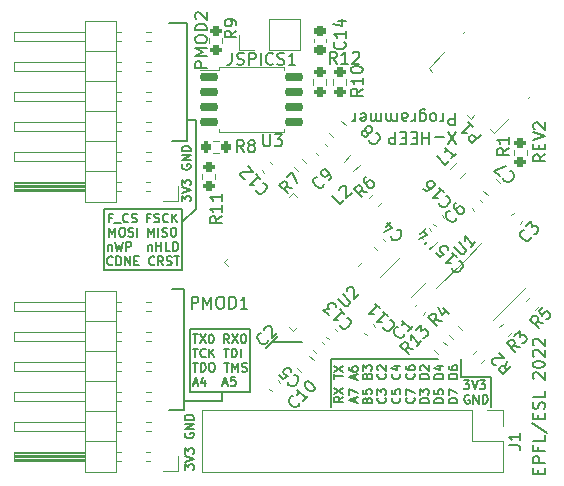
<source format=gto>
G04 #@! TF.GenerationSoftware,KiCad,Pcbnew,(6.0.0-0)*
G04 #@! TF.CreationDate,2022-07-07T12:10:55+02:00*
G04 #@! TF.ProjectId,core-v-mini-mcu-spiboot-fpga,636f7265-2d76-42d6-9d69-6e692d6d6375,rev?*
G04 #@! TF.SameCoordinates,Original*
G04 #@! TF.FileFunction,Legend,Top*
G04 #@! TF.FilePolarity,Positive*
%FSLAX46Y46*%
G04 Gerber Fmt 4.6, Leading zero omitted, Abs format (unit mm)*
G04 Created by KiCad (PCBNEW (6.0.0-0)) date 2022-07-07 12:10:55*
%MOMM*%
%LPD*%
G01*
G04 APERTURE LIST*
G04 Aperture macros list*
%AMRoundRect*
0 Rectangle with rounded corners*
0 $1 Rounding radius*
0 $2 $3 $4 $5 $6 $7 $8 $9 X,Y pos of 4 corners*
0 Add a 4 corners polygon primitive as box body*
4,1,4,$2,$3,$4,$5,$6,$7,$8,$9,$2,$3,0*
0 Add four circle primitives for the rounded corners*
1,1,$1+$1,$2,$3*
1,1,$1+$1,$4,$5*
1,1,$1+$1,$6,$7*
1,1,$1+$1,$8,$9*
0 Add four rect primitives between the rounded corners*
20,1,$1+$1,$2,$3,$4,$5,0*
20,1,$1+$1,$4,$5,$6,$7,0*
20,1,$1+$1,$6,$7,$8,$9,0*
20,1,$1+$1,$8,$9,$2,$3,0*%
%AMHorizOval*
0 Thick line with rounded ends*
0 $1 width*
0 $2 $3 position (X,Y) of the first rounded end (center of the circle)*
0 $4 $5 position (X,Y) of the second rounded end (center of the circle)*
0 Add line between two ends*
20,1,$1,$2,$3,$4,$5,0*
0 Add two circle primitives to create the rounded ends*
1,1,$1,$2,$3*
1,1,$1,$4,$5*%
%AMRotRect*
0 Rectangle, with rotation*
0 The origin of the aperture is its center*
0 $1 length*
0 $2 width*
0 $3 Rotation angle, in degrees counterclockwise*
0 Add horizontal line*
21,1,$1,$2,0,0,$3*%
G04 Aperture macros list end*
%ADD10C,0.150000*%
%ADD11C,0.120000*%
%ADD12RoundRect,0.200000X-0.275000X0.200000X-0.275000X-0.200000X0.275000X-0.200000X0.275000X0.200000X0*%
%ADD13RoundRect,0.250000X0.512652X0.159099X0.159099X0.512652X-0.512652X-0.159099X-0.159099X-0.512652X0*%
%ADD14RoundRect,0.250000X-0.512652X-0.159099X-0.159099X-0.512652X0.512652X0.159099X0.159099X0.512652X0*%
%ADD15RoundRect,0.200000X0.335876X0.053033X0.053033X0.335876X-0.335876X-0.053033X-0.053033X-0.335876X0*%
%ADD16RoundRect,0.225000X0.250000X-0.225000X0.250000X0.225000X-0.250000X0.225000X-0.250000X-0.225000X0*%
%ADD17RoundRect,0.062500X0.220971X0.309359X-0.309359X-0.220971X-0.220971X-0.309359X0.309359X0.220971X0*%
%ADD18RoundRect,0.062500X-0.220971X0.309359X-0.309359X0.220971X0.220971X-0.309359X0.309359X-0.220971X0*%
%ADD19RotRect,5.900000X5.900000X225.000000*%
%ADD20RoundRect,0.225000X0.335876X0.017678X0.017678X0.335876X-0.335876X-0.017678X-0.017678X-0.335876X0*%
%ADD21RoundRect,0.200000X0.275000X-0.200000X0.275000X0.200000X-0.275000X0.200000X-0.275000X-0.200000X0*%
%ADD22RoundRect,0.150000X-0.335876X-0.548008X0.548008X0.335876X0.335876X0.548008X-0.548008X-0.335876X0*%
%ADD23RoundRect,0.200000X0.200000X0.275000X-0.200000X0.275000X-0.200000X-0.275000X0.200000X-0.275000X0*%
%ADD24R,1.700000X1.700000*%
%ADD25O,1.700000X1.700000*%
%ADD26RoundRect,0.225000X0.017678X-0.335876X0.335876X-0.017678X-0.017678X0.335876X-0.335876X0.017678X0*%
%ADD27RoundRect,0.200000X-0.335876X-0.053033X-0.053033X-0.335876X0.335876X0.053033X0.053033X0.335876X0*%
%ADD28RoundRect,0.200000X0.053033X-0.335876X0.335876X-0.053033X-0.053033X0.335876X-0.335876X0.053033X0*%
%ADD29RoundRect,0.225000X-0.335876X-0.017678X-0.017678X-0.335876X0.335876X0.017678X0.017678X0.335876X0*%
%ADD30RoundRect,0.200000X-0.053033X0.335876X-0.335876X0.053033X0.053033X-0.335876X0.335876X-0.053033X0*%
%ADD31RoundRect,0.150000X-0.650000X-0.150000X0.650000X-0.150000X0.650000X0.150000X-0.650000X0.150000X0*%
%ADD32RoundRect,0.218750X-0.114905X0.424264X-0.424264X0.114905X0.114905X-0.424264X0.424264X-0.114905X0*%
%ADD33RotRect,2.000000X0.650000X45.000000*%
%ADD34RotRect,0.400000X1.350000X135.000000*%
%ADD35RotRect,1.200000X1.900000X135.000000*%
%ADD36HorizOval,1.200000X-0.247487X-0.247487X0.247487X0.247487X0*%
%ADD37RotRect,1.500000X1.900000X135.000000*%
%ADD38HorizOval,1.200000X0.247487X0.247487X-0.247487X-0.247487X0*%
%ADD39C,1.450000*%
%ADD40C,1.000000*%
G04 APERTURE END LIST*
D10*
X96509285Y-104153571D02*
X96152142Y-104403571D01*
X96509285Y-104582142D02*
X95759285Y-104582142D01*
X95759285Y-104296428D01*
X95795000Y-104225000D01*
X95830714Y-104189285D01*
X95902142Y-104153571D01*
X96009285Y-104153571D01*
X96080714Y-104189285D01*
X96116428Y-104225000D01*
X96152142Y-104296428D01*
X96152142Y-104582142D01*
X95759285Y-103903571D02*
X96509285Y-103403571D01*
X95759285Y-103403571D02*
X96509285Y-103903571D01*
X95759285Y-102653571D02*
X95759285Y-102225000D01*
X96509285Y-102439285D02*
X95759285Y-102439285D01*
X95759285Y-102046428D02*
X96509285Y-101546428D01*
X95759285Y-101546428D02*
X96509285Y-102046428D01*
X97502500Y-104600000D02*
X97502500Y-104242857D01*
X97716785Y-104671428D02*
X96966785Y-104421428D01*
X97716785Y-104171428D01*
X96966785Y-103992857D02*
X96966785Y-103492857D01*
X97716785Y-103814285D01*
X97502500Y-102671428D02*
X97502500Y-102314285D01*
X97716785Y-102742857D02*
X96966785Y-102492857D01*
X97716785Y-102242857D01*
X96966785Y-101671428D02*
X96966785Y-101814285D01*
X97002500Y-101885714D01*
X97038214Y-101921428D01*
X97145357Y-101992857D01*
X97288214Y-102028571D01*
X97573928Y-102028571D01*
X97645357Y-101992857D01*
X97681071Y-101957142D01*
X97716785Y-101885714D01*
X97716785Y-101742857D01*
X97681071Y-101671428D01*
X97645357Y-101635714D01*
X97573928Y-101600000D01*
X97395357Y-101600000D01*
X97323928Y-101635714D01*
X97288214Y-101671428D01*
X97252500Y-101742857D01*
X97252500Y-101885714D01*
X97288214Y-101957142D01*
X97323928Y-101992857D01*
X97395357Y-102028571D01*
X98531428Y-104421428D02*
X98567142Y-104314285D01*
X98602857Y-104278571D01*
X98674285Y-104242857D01*
X98781428Y-104242857D01*
X98852857Y-104278571D01*
X98888571Y-104314285D01*
X98924285Y-104385714D01*
X98924285Y-104671428D01*
X98174285Y-104671428D01*
X98174285Y-104421428D01*
X98210000Y-104350000D01*
X98245714Y-104314285D01*
X98317142Y-104278571D01*
X98388571Y-104278571D01*
X98460000Y-104314285D01*
X98495714Y-104350000D01*
X98531428Y-104421428D01*
X98531428Y-104671428D01*
X98174285Y-103564285D02*
X98174285Y-103921428D01*
X98531428Y-103957142D01*
X98495714Y-103921428D01*
X98460000Y-103850000D01*
X98460000Y-103671428D01*
X98495714Y-103600000D01*
X98531428Y-103564285D01*
X98602857Y-103528571D01*
X98781428Y-103528571D01*
X98852857Y-103564285D01*
X98888571Y-103600000D01*
X98924285Y-103671428D01*
X98924285Y-103850000D01*
X98888571Y-103921428D01*
X98852857Y-103957142D01*
X98531428Y-102385714D02*
X98567142Y-102278571D01*
X98602857Y-102242857D01*
X98674285Y-102207142D01*
X98781428Y-102207142D01*
X98852857Y-102242857D01*
X98888571Y-102278571D01*
X98924285Y-102350000D01*
X98924285Y-102635714D01*
X98174285Y-102635714D01*
X98174285Y-102385714D01*
X98210000Y-102314285D01*
X98245714Y-102278571D01*
X98317142Y-102242857D01*
X98388571Y-102242857D01*
X98460000Y-102278571D01*
X98495714Y-102314285D01*
X98531428Y-102385714D01*
X98531428Y-102635714D01*
X98174285Y-101957142D02*
X98174285Y-101492857D01*
X98460000Y-101742857D01*
X98460000Y-101635714D01*
X98495714Y-101564285D01*
X98531428Y-101528571D01*
X98602857Y-101492857D01*
X98781428Y-101492857D01*
X98852857Y-101528571D01*
X98888571Y-101564285D01*
X98924285Y-101635714D01*
X98924285Y-101850000D01*
X98888571Y-101921428D01*
X98852857Y-101957142D01*
X100060357Y-104242857D02*
X100096071Y-104278571D01*
X100131785Y-104385714D01*
X100131785Y-104457142D01*
X100096071Y-104564285D01*
X100024642Y-104635714D01*
X99953214Y-104671428D01*
X99810357Y-104707142D01*
X99703214Y-104707142D01*
X99560357Y-104671428D01*
X99488928Y-104635714D01*
X99417500Y-104564285D01*
X99381785Y-104457142D01*
X99381785Y-104385714D01*
X99417500Y-104278571D01*
X99453214Y-104242857D01*
X99381785Y-103992857D02*
X99381785Y-103528571D01*
X99667500Y-103778571D01*
X99667500Y-103671428D01*
X99703214Y-103600000D01*
X99738928Y-103564285D01*
X99810357Y-103528571D01*
X99988928Y-103528571D01*
X100060357Y-103564285D01*
X100096071Y-103600000D01*
X100131785Y-103671428D01*
X100131785Y-103885714D01*
X100096071Y-103957142D01*
X100060357Y-103992857D01*
X100060357Y-102207142D02*
X100096071Y-102242857D01*
X100131785Y-102350000D01*
X100131785Y-102421428D01*
X100096071Y-102528571D01*
X100024642Y-102600000D01*
X99953214Y-102635714D01*
X99810357Y-102671428D01*
X99703214Y-102671428D01*
X99560357Y-102635714D01*
X99488928Y-102600000D01*
X99417500Y-102528571D01*
X99381785Y-102421428D01*
X99381785Y-102350000D01*
X99417500Y-102242857D01*
X99453214Y-102207142D01*
X99453214Y-101921428D02*
X99417500Y-101885714D01*
X99381785Y-101814285D01*
X99381785Y-101635714D01*
X99417500Y-101564285D01*
X99453214Y-101528571D01*
X99524642Y-101492857D01*
X99596071Y-101492857D01*
X99703214Y-101528571D01*
X100131785Y-101957142D01*
X100131785Y-101492857D01*
X101267857Y-104242857D02*
X101303571Y-104278571D01*
X101339285Y-104385714D01*
X101339285Y-104457142D01*
X101303571Y-104564285D01*
X101232142Y-104635714D01*
X101160714Y-104671428D01*
X101017857Y-104707142D01*
X100910714Y-104707142D01*
X100767857Y-104671428D01*
X100696428Y-104635714D01*
X100625000Y-104564285D01*
X100589285Y-104457142D01*
X100589285Y-104385714D01*
X100625000Y-104278571D01*
X100660714Y-104242857D01*
X100589285Y-103564285D02*
X100589285Y-103921428D01*
X100946428Y-103957142D01*
X100910714Y-103921428D01*
X100875000Y-103850000D01*
X100875000Y-103671428D01*
X100910714Y-103600000D01*
X100946428Y-103564285D01*
X101017857Y-103528571D01*
X101196428Y-103528571D01*
X101267857Y-103564285D01*
X101303571Y-103600000D01*
X101339285Y-103671428D01*
X101339285Y-103850000D01*
X101303571Y-103921428D01*
X101267857Y-103957142D01*
X101267857Y-102207142D02*
X101303571Y-102242857D01*
X101339285Y-102350000D01*
X101339285Y-102421428D01*
X101303571Y-102528571D01*
X101232142Y-102600000D01*
X101160714Y-102635714D01*
X101017857Y-102671428D01*
X100910714Y-102671428D01*
X100767857Y-102635714D01*
X100696428Y-102600000D01*
X100625000Y-102528571D01*
X100589285Y-102421428D01*
X100589285Y-102350000D01*
X100625000Y-102242857D01*
X100660714Y-102207142D01*
X100839285Y-101564285D02*
X101339285Y-101564285D01*
X100553571Y-101742857D02*
X101089285Y-101921428D01*
X101089285Y-101457142D01*
X102475357Y-104242857D02*
X102511071Y-104278571D01*
X102546785Y-104385714D01*
X102546785Y-104457142D01*
X102511071Y-104564285D01*
X102439642Y-104635714D01*
X102368214Y-104671428D01*
X102225357Y-104707142D01*
X102118214Y-104707142D01*
X101975357Y-104671428D01*
X101903928Y-104635714D01*
X101832500Y-104564285D01*
X101796785Y-104457142D01*
X101796785Y-104385714D01*
X101832500Y-104278571D01*
X101868214Y-104242857D01*
X101796785Y-103992857D02*
X101796785Y-103492857D01*
X102546785Y-103814285D01*
X102475357Y-102207142D02*
X102511071Y-102242857D01*
X102546785Y-102350000D01*
X102546785Y-102421428D01*
X102511071Y-102528571D01*
X102439642Y-102600000D01*
X102368214Y-102635714D01*
X102225357Y-102671428D01*
X102118214Y-102671428D01*
X101975357Y-102635714D01*
X101903928Y-102600000D01*
X101832500Y-102528571D01*
X101796785Y-102421428D01*
X101796785Y-102350000D01*
X101832500Y-102242857D01*
X101868214Y-102207142D01*
X101796785Y-101564285D02*
X101796785Y-101707142D01*
X101832500Y-101778571D01*
X101868214Y-101814285D01*
X101975357Y-101885714D01*
X102118214Y-101921428D01*
X102403928Y-101921428D01*
X102475357Y-101885714D01*
X102511071Y-101850000D01*
X102546785Y-101778571D01*
X102546785Y-101635714D01*
X102511071Y-101564285D01*
X102475357Y-101528571D01*
X102403928Y-101492857D01*
X102225357Y-101492857D01*
X102153928Y-101528571D01*
X102118214Y-101564285D01*
X102082500Y-101635714D01*
X102082500Y-101778571D01*
X102118214Y-101850000D01*
X102153928Y-101885714D01*
X102225357Y-101921428D01*
X103754285Y-104671428D02*
X103004285Y-104671428D01*
X103004285Y-104492857D01*
X103040000Y-104385714D01*
X103111428Y-104314285D01*
X103182857Y-104278571D01*
X103325714Y-104242857D01*
X103432857Y-104242857D01*
X103575714Y-104278571D01*
X103647142Y-104314285D01*
X103718571Y-104385714D01*
X103754285Y-104492857D01*
X103754285Y-104671428D01*
X103004285Y-103992857D02*
X103004285Y-103528571D01*
X103290000Y-103778571D01*
X103290000Y-103671428D01*
X103325714Y-103600000D01*
X103361428Y-103564285D01*
X103432857Y-103528571D01*
X103611428Y-103528571D01*
X103682857Y-103564285D01*
X103718571Y-103600000D01*
X103754285Y-103671428D01*
X103754285Y-103885714D01*
X103718571Y-103957142D01*
X103682857Y-103992857D01*
X103754285Y-102635714D02*
X103004285Y-102635714D01*
X103004285Y-102457142D01*
X103040000Y-102350000D01*
X103111428Y-102278571D01*
X103182857Y-102242857D01*
X103325714Y-102207142D01*
X103432857Y-102207142D01*
X103575714Y-102242857D01*
X103647142Y-102278571D01*
X103718571Y-102350000D01*
X103754285Y-102457142D01*
X103754285Y-102635714D01*
X103075714Y-101921428D02*
X103040000Y-101885714D01*
X103004285Y-101814285D01*
X103004285Y-101635714D01*
X103040000Y-101564285D01*
X103075714Y-101528571D01*
X103147142Y-101492857D01*
X103218571Y-101492857D01*
X103325714Y-101528571D01*
X103754285Y-101957142D01*
X103754285Y-101492857D01*
X104961785Y-104671428D02*
X104211785Y-104671428D01*
X104211785Y-104492857D01*
X104247500Y-104385714D01*
X104318928Y-104314285D01*
X104390357Y-104278571D01*
X104533214Y-104242857D01*
X104640357Y-104242857D01*
X104783214Y-104278571D01*
X104854642Y-104314285D01*
X104926071Y-104385714D01*
X104961785Y-104492857D01*
X104961785Y-104671428D01*
X104211785Y-103564285D02*
X104211785Y-103921428D01*
X104568928Y-103957142D01*
X104533214Y-103921428D01*
X104497500Y-103850000D01*
X104497500Y-103671428D01*
X104533214Y-103600000D01*
X104568928Y-103564285D01*
X104640357Y-103528571D01*
X104818928Y-103528571D01*
X104890357Y-103564285D01*
X104926071Y-103600000D01*
X104961785Y-103671428D01*
X104961785Y-103850000D01*
X104926071Y-103921428D01*
X104890357Y-103957142D01*
X104961785Y-102635714D02*
X104211785Y-102635714D01*
X104211785Y-102457142D01*
X104247500Y-102350000D01*
X104318928Y-102278571D01*
X104390357Y-102242857D01*
X104533214Y-102207142D01*
X104640357Y-102207142D01*
X104783214Y-102242857D01*
X104854642Y-102278571D01*
X104926071Y-102350000D01*
X104961785Y-102457142D01*
X104961785Y-102635714D01*
X104461785Y-101564285D02*
X104961785Y-101564285D01*
X104176071Y-101742857D02*
X104711785Y-101921428D01*
X104711785Y-101457142D01*
X106169285Y-104671428D02*
X105419285Y-104671428D01*
X105419285Y-104492857D01*
X105455000Y-104385714D01*
X105526428Y-104314285D01*
X105597857Y-104278571D01*
X105740714Y-104242857D01*
X105847857Y-104242857D01*
X105990714Y-104278571D01*
X106062142Y-104314285D01*
X106133571Y-104385714D01*
X106169285Y-104492857D01*
X106169285Y-104671428D01*
X105419285Y-103992857D02*
X105419285Y-103492857D01*
X106169285Y-103814285D01*
X106169285Y-102635714D02*
X105419285Y-102635714D01*
X105419285Y-102457142D01*
X105455000Y-102350000D01*
X105526428Y-102278571D01*
X105597857Y-102242857D01*
X105740714Y-102207142D01*
X105847857Y-102207142D01*
X105990714Y-102242857D01*
X106062142Y-102278571D01*
X106133571Y-102350000D01*
X106169285Y-102457142D01*
X106169285Y-102635714D01*
X105419285Y-101564285D02*
X105419285Y-101707142D01*
X105455000Y-101778571D01*
X105490714Y-101814285D01*
X105597857Y-101885714D01*
X105740714Y-101921428D01*
X106026428Y-101921428D01*
X106097857Y-101885714D01*
X106133571Y-101850000D01*
X106169285Y-101778571D01*
X106169285Y-101635714D01*
X106133571Y-101564285D01*
X106097857Y-101528571D01*
X106026428Y-101492857D01*
X105847857Y-101492857D01*
X105776428Y-101528571D01*
X105740714Y-101564285D01*
X105705000Y-101635714D01*
X105705000Y-101778571D01*
X105740714Y-101850000D01*
X105776428Y-101885714D01*
X105847857Y-101921428D01*
X86250000Y-104500000D02*
X83000000Y-104500000D01*
X95500000Y-101000000D02*
X95500000Y-105000000D01*
X104500000Y-101000000D02*
X95500000Y-101000000D01*
X83250000Y-82500000D02*
X83250000Y-72500000D01*
X76250000Y-88250000D02*
X82875000Y-88250000D01*
X82875000Y-88250000D02*
X82875000Y-93400000D01*
X82875000Y-93400000D02*
X76250000Y-93400000D01*
X76250000Y-93400000D02*
X76250000Y-88250000D01*
X106500000Y-102500000D02*
X106500000Y-101500000D01*
X84000000Y-80750000D02*
X84000000Y-88250000D01*
X93000000Y-99500000D02*
X90500000Y-99500000D01*
X83250000Y-80750000D02*
X84000000Y-80750000D01*
X83250000Y-72500000D02*
X81750000Y-72500000D01*
X106500000Y-101500000D02*
X106500000Y-101000000D01*
X83000000Y-105250000D02*
X81750000Y-105250000D01*
X82000000Y-82500000D02*
X83250000Y-82500000D01*
X109000000Y-102500000D02*
X106500000Y-102500000D01*
X82875000Y-89375000D02*
X84000000Y-88250000D01*
X91000000Y-99000000D02*
X90000000Y-100000000D01*
X83000000Y-95000000D02*
X83000000Y-105250000D01*
X109000000Y-105000000D02*
X109000000Y-102500000D01*
X86250000Y-103750000D02*
X86250000Y-104500000D01*
X83500000Y-98450000D02*
X88600000Y-98450000D01*
X88600000Y-98450000D02*
X88600000Y-103750000D01*
X88600000Y-103750000D02*
X83500000Y-103750000D01*
X83500000Y-103750000D02*
X83500000Y-98450000D01*
X82000000Y-95000000D02*
X83000000Y-95000000D01*
X106059642Y-82752619D02*
X105392976Y-81752619D01*
X105392976Y-82752619D02*
X106059642Y-81752619D01*
X105012023Y-82133571D02*
X104250119Y-82133571D01*
X103773928Y-81752619D02*
X103773928Y-82752619D01*
X103773928Y-82276428D02*
X103202500Y-82276428D01*
X103202500Y-81752619D02*
X103202500Y-82752619D01*
X102726309Y-82276428D02*
X102392976Y-82276428D01*
X102250119Y-81752619D02*
X102726309Y-81752619D01*
X102726309Y-82752619D01*
X102250119Y-82752619D01*
X101821547Y-82276428D02*
X101488214Y-82276428D01*
X101345357Y-81752619D02*
X101821547Y-81752619D01*
X101821547Y-82752619D01*
X101345357Y-82752619D01*
X100916785Y-81752619D02*
X100916785Y-82752619D01*
X100535833Y-82752619D01*
X100440595Y-82705000D01*
X100392976Y-82657380D01*
X100345357Y-82562142D01*
X100345357Y-82419285D01*
X100392976Y-82324047D01*
X100440595Y-82276428D01*
X100535833Y-82228809D01*
X100916785Y-82228809D01*
X105964404Y-80142619D02*
X105964404Y-81142619D01*
X105583452Y-81142619D01*
X105488214Y-81095000D01*
X105440595Y-81047380D01*
X105392976Y-80952142D01*
X105392976Y-80809285D01*
X105440595Y-80714047D01*
X105488214Y-80666428D01*
X105583452Y-80618809D01*
X105964404Y-80618809D01*
X104964404Y-80142619D02*
X104964404Y-80809285D01*
X104964404Y-80618809D02*
X104916785Y-80714047D01*
X104869166Y-80761666D01*
X104773928Y-80809285D01*
X104678690Y-80809285D01*
X104202500Y-80142619D02*
X104297738Y-80190238D01*
X104345357Y-80237857D01*
X104392976Y-80333095D01*
X104392976Y-80618809D01*
X104345357Y-80714047D01*
X104297738Y-80761666D01*
X104202500Y-80809285D01*
X104059642Y-80809285D01*
X103964404Y-80761666D01*
X103916785Y-80714047D01*
X103869166Y-80618809D01*
X103869166Y-80333095D01*
X103916785Y-80237857D01*
X103964404Y-80190238D01*
X104059642Y-80142619D01*
X104202500Y-80142619D01*
X103012023Y-80809285D02*
X103012023Y-79999761D01*
X103059642Y-79904523D01*
X103107261Y-79856904D01*
X103202500Y-79809285D01*
X103345357Y-79809285D01*
X103440595Y-79856904D01*
X103012023Y-80190238D02*
X103107261Y-80142619D01*
X103297738Y-80142619D01*
X103392976Y-80190238D01*
X103440595Y-80237857D01*
X103488214Y-80333095D01*
X103488214Y-80618809D01*
X103440595Y-80714047D01*
X103392976Y-80761666D01*
X103297738Y-80809285D01*
X103107261Y-80809285D01*
X103012023Y-80761666D01*
X102535833Y-80142619D02*
X102535833Y-80809285D01*
X102535833Y-80618809D02*
X102488214Y-80714047D01*
X102440595Y-80761666D01*
X102345357Y-80809285D01*
X102250119Y-80809285D01*
X101488214Y-80142619D02*
X101488214Y-80666428D01*
X101535833Y-80761666D01*
X101631071Y-80809285D01*
X101821547Y-80809285D01*
X101916785Y-80761666D01*
X101488214Y-80190238D02*
X101583452Y-80142619D01*
X101821547Y-80142619D01*
X101916785Y-80190238D01*
X101964404Y-80285476D01*
X101964404Y-80380714D01*
X101916785Y-80475952D01*
X101821547Y-80523571D01*
X101583452Y-80523571D01*
X101488214Y-80571190D01*
X101012023Y-80142619D02*
X101012023Y-80809285D01*
X101012023Y-80714047D02*
X100964404Y-80761666D01*
X100869166Y-80809285D01*
X100726309Y-80809285D01*
X100631071Y-80761666D01*
X100583452Y-80666428D01*
X100583452Y-80142619D01*
X100583452Y-80666428D02*
X100535833Y-80761666D01*
X100440595Y-80809285D01*
X100297738Y-80809285D01*
X100202500Y-80761666D01*
X100154880Y-80666428D01*
X100154880Y-80142619D01*
X99678690Y-80142619D02*
X99678690Y-80809285D01*
X99678690Y-80714047D02*
X99631071Y-80761666D01*
X99535833Y-80809285D01*
X99392976Y-80809285D01*
X99297738Y-80761666D01*
X99250119Y-80666428D01*
X99250119Y-80142619D01*
X99250119Y-80666428D02*
X99202500Y-80761666D01*
X99107261Y-80809285D01*
X98964404Y-80809285D01*
X98869166Y-80761666D01*
X98821547Y-80666428D01*
X98821547Y-80142619D01*
X97964404Y-80190238D02*
X98059642Y-80142619D01*
X98250119Y-80142619D01*
X98345357Y-80190238D01*
X98392976Y-80285476D01*
X98392976Y-80666428D01*
X98345357Y-80761666D01*
X98250119Y-80809285D01*
X98059642Y-80809285D01*
X97964404Y-80761666D01*
X97916785Y-80666428D01*
X97916785Y-80571190D01*
X98392976Y-80475952D01*
X97488214Y-80142619D02*
X97488214Y-80809285D01*
X97488214Y-80618809D02*
X97440595Y-80714047D01*
X97392976Y-80761666D01*
X97297738Y-80809285D01*
X97202500Y-80809285D01*
X76900000Y-89010178D02*
X76650000Y-89010178D01*
X76650000Y-89403035D02*
X76650000Y-88653035D01*
X77007142Y-88653035D01*
X77114285Y-89474464D02*
X77685714Y-89474464D01*
X78292857Y-89331607D02*
X78257142Y-89367321D01*
X78150000Y-89403035D01*
X78078571Y-89403035D01*
X77971428Y-89367321D01*
X77900000Y-89295892D01*
X77864285Y-89224464D01*
X77828571Y-89081607D01*
X77828571Y-88974464D01*
X77864285Y-88831607D01*
X77900000Y-88760178D01*
X77971428Y-88688750D01*
X78078571Y-88653035D01*
X78150000Y-88653035D01*
X78257142Y-88688750D01*
X78292857Y-88724464D01*
X78578571Y-89367321D02*
X78685714Y-89403035D01*
X78864285Y-89403035D01*
X78935714Y-89367321D01*
X78971428Y-89331607D01*
X79007142Y-89260178D01*
X79007142Y-89188750D01*
X78971428Y-89117321D01*
X78935714Y-89081607D01*
X78864285Y-89045892D01*
X78721428Y-89010178D01*
X78650000Y-88974464D01*
X78614285Y-88938750D01*
X78578571Y-88867321D01*
X78578571Y-88795892D01*
X78614285Y-88724464D01*
X78650000Y-88688750D01*
X78721428Y-88653035D01*
X78900000Y-88653035D01*
X79007142Y-88688750D01*
X80150000Y-89010178D02*
X79900000Y-89010178D01*
X79900000Y-89403035D02*
X79900000Y-88653035D01*
X80257142Y-88653035D01*
X80507142Y-89367321D02*
X80614285Y-89403035D01*
X80792857Y-89403035D01*
X80864285Y-89367321D01*
X80900000Y-89331607D01*
X80935714Y-89260178D01*
X80935714Y-89188750D01*
X80900000Y-89117321D01*
X80864285Y-89081607D01*
X80792857Y-89045892D01*
X80650000Y-89010178D01*
X80578571Y-88974464D01*
X80542857Y-88938750D01*
X80507142Y-88867321D01*
X80507142Y-88795892D01*
X80542857Y-88724464D01*
X80578571Y-88688750D01*
X80650000Y-88653035D01*
X80828571Y-88653035D01*
X80935714Y-88688750D01*
X81685714Y-89331607D02*
X81650000Y-89367321D01*
X81542857Y-89403035D01*
X81471428Y-89403035D01*
X81364285Y-89367321D01*
X81292857Y-89295892D01*
X81257142Y-89224464D01*
X81221428Y-89081607D01*
X81221428Y-88974464D01*
X81257142Y-88831607D01*
X81292857Y-88760178D01*
X81364285Y-88688750D01*
X81471428Y-88653035D01*
X81542857Y-88653035D01*
X81650000Y-88688750D01*
X81685714Y-88724464D01*
X82007142Y-89403035D02*
X82007142Y-88653035D01*
X82435714Y-89403035D02*
X82114285Y-88974464D01*
X82435714Y-88653035D02*
X82007142Y-89081607D01*
X76703571Y-90610535D02*
X76703571Y-89860535D01*
X76953571Y-90396250D01*
X77203571Y-89860535D01*
X77203571Y-90610535D01*
X77703571Y-89860535D02*
X77846428Y-89860535D01*
X77917857Y-89896250D01*
X77989285Y-89967678D01*
X78025000Y-90110535D01*
X78025000Y-90360535D01*
X77989285Y-90503392D01*
X77917857Y-90574821D01*
X77846428Y-90610535D01*
X77703571Y-90610535D01*
X77632142Y-90574821D01*
X77560714Y-90503392D01*
X77525000Y-90360535D01*
X77525000Y-90110535D01*
X77560714Y-89967678D01*
X77632142Y-89896250D01*
X77703571Y-89860535D01*
X78310714Y-90574821D02*
X78417857Y-90610535D01*
X78596428Y-90610535D01*
X78667857Y-90574821D01*
X78703571Y-90539107D01*
X78739285Y-90467678D01*
X78739285Y-90396250D01*
X78703571Y-90324821D01*
X78667857Y-90289107D01*
X78596428Y-90253392D01*
X78453571Y-90217678D01*
X78382142Y-90181964D01*
X78346428Y-90146250D01*
X78310714Y-90074821D01*
X78310714Y-90003392D01*
X78346428Y-89931964D01*
X78382142Y-89896250D01*
X78453571Y-89860535D01*
X78632142Y-89860535D01*
X78739285Y-89896250D01*
X79060714Y-90610535D02*
X79060714Y-89860535D01*
X79989285Y-90610535D02*
X79989285Y-89860535D01*
X80239285Y-90396250D01*
X80489285Y-89860535D01*
X80489285Y-90610535D01*
X80846428Y-90610535D02*
X80846428Y-89860535D01*
X81167857Y-90574821D02*
X81275000Y-90610535D01*
X81453571Y-90610535D01*
X81525000Y-90574821D01*
X81560714Y-90539107D01*
X81596428Y-90467678D01*
X81596428Y-90396250D01*
X81560714Y-90324821D01*
X81525000Y-90289107D01*
X81453571Y-90253392D01*
X81310714Y-90217678D01*
X81239285Y-90181964D01*
X81203571Y-90146250D01*
X81167857Y-90074821D01*
X81167857Y-90003392D01*
X81203571Y-89931964D01*
X81239285Y-89896250D01*
X81310714Y-89860535D01*
X81489285Y-89860535D01*
X81596428Y-89896250D01*
X82060714Y-89860535D02*
X82203571Y-89860535D01*
X82275000Y-89896250D01*
X82346428Y-89967678D01*
X82382142Y-90110535D01*
X82382142Y-90360535D01*
X82346428Y-90503392D01*
X82275000Y-90574821D01*
X82203571Y-90610535D01*
X82060714Y-90610535D01*
X81989285Y-90574821D01*
X81917857Y-90503392D01*
X81882142Y-90360535D01*
X81882142Y-90110535D01*
X81917857Y-89967678D01*
X81989285Y-89896250D01*
X82060714Y-89860535D01*
X76578571Y-91318035D02*
X76578571Y-91818035D01*
X76578571Y-91389464D02*
X76614285Y-91353750D01*
X76685714Y-91318035D01*
X76792857Y-91318035D01*
X76864285Y-91353750D01*
X76900000Y-91425178D01*
X76900000Y-91818035D01*
X77185714Y-91068035D02*
X77364285Y-91818035D01*
X77507142Y-91282321D01*
X77650000Y-91818035D01*
X77828571Y-91068035D01*
X78114285Y-91818035D02*
X78114285Y-91068035D01*
X78400000Y-91068035D01*
X78471428Y-91103750D01*
X78507142Y-91139464D01*
X78542857Y-91210892D01*
X78542857Y-91318035D01*
X78507142Y-91389464D01*
X78471428Y-91425178D01*
X78400000Y-91460892D01*
X78114285Y-91460892D01*
X80007142Y-91318035D02*
X80007142Y-91818035D01*
X80007142Y-91389464D02*
X80042857Y-91353750D01*
X80114285Y-91318035D01*
X80221428Y-91318035D01*
X80292857Y-91353750D01*
X80328571Y-91425178D01*
X80328571Y-91818035D01*
X80685714Y-91818035D02*
X80685714Y-91068035D01*
X80685714Y-91425178D02*
X81114285Y-91425178D01*
X81114285Y-91818035D02*
X81114285Y-91068035D01*
X81828571Y-91818035D02*
X81471428Y-91818035D01*
X81471428Y-91068035D01*
X82078571Y-91818035D02*
X82078571Y-91068035D01*
X82257142Y-91068035D01*
X82364285Y-91103750D01*
X82435714Y-91175178D01*
X82471428Y-91246607D01*
X82507142Y-91389464D01*
X82507142Y-91496607D01*
X82471428Y-91639464D01*
X82435714Y-91710892D01*
X82364285Y-91782321D01*
X82257142Y-91818035D01*
X82078571Y-91818035D01*
X76971428Y-92954107D02*
X76935714Y-92989821D01*
X76828571Y-93025535D01*
X76757142Y-93025535D01*
X76650000Y-92989821D01*
X76578571Y-92918392D01*
X76542857Y-92846964D01*
X76507142Y-92704107D01*
X76507142Y-92596964D01*
X76542857Y-92454107D01*
X76578571Y-92382678D01*
X76650000Y-92311250D01*
X76757142Y-92275535D01*
X76828571Y-92275535D01*
X76935714Y-92311250D01*
X76971428Y-92346964D01*
X77292857Y-93025535D02*
X77292857Y-92275535D01*
X77471428Y-92275535D01*
X77578571Y-92311250D01*
X77650000Y-92382678D01*
X77685714Y-92454107D01*
X77721428Y-92596964D01*
X77721428Y-92704107D01*
X77685714Y-92846964D01*
X77650000Y-92918392D01*
X77578571Y-92989821D01*
X77471428Y-93025535D01*
X77292857Y-93025535D01*
X78042857Y-93025535D02*
X78042857Y-92275535D01*
X78471428Y-93025535D01*
X78471428Y-92275535D01*
X78828571Y-92632678D02*
X79078571Y-92632678D01*
X79185714Y-93025535D02*
X78828571Y-93025535D01*
X78828571Y-92275535D01*
X79185714Y-92275535D01*
X80507142Y-92954107D02*
X80471428Y-92989821D01*
X80364285Y-93025535D01*
X80292857Y-93025535D01*
X80185714Y-92989821D01*
X80114285Y-92918392D01*
X80078571Y-92846964D01*
X80042857Y-92704107D01*
X80042857Y-92596964D01*
X80078571Y-92454107D01*
X80114285Y-92382678D01*
X80185714Y-92311250D01*
X80292857Y-92275535D01*
X80364285Y-92275535D01*
X80471428Y-92311250D01*
X80507142Y-92346964D01*
X81257142Y-93025535D02*
X81007142Y-92668392D01*
X80828571Y-93025535D02*
X80828571Y-92275535D01*
X81114285Y-92275535D01*
X81185714Y-92311250D01*
X81221428Y-92346964D01*
X81257142Y-92418392D01*
X81257142Y-92525535D01*
X81221428Y-92596964D01*
X81185714Y-92632678D01*
X81114285Y-92668392D01*
X80828571Y-92668392D01*
X81542857Y-92989821D02*
X81650000Y-93025535D01*
X81828571Y-93025535D01*
X81900000Y-92989821D01*
X81935714Y-92954107D01*
X81971428Y-92882678D01*
X81971428Y-92811250D01*
X81935714Y-92739821D01*
X81900000Y-92704107D01*
X81828571Y-92668392D01*
X81685714Y-92632678D01*
X81614285Y-92596964D01*
X81578571Y-92561250D01*
X81542857Y-92489821D01*
X81542857Y-92418392D01*
X81578571Y-92346964D01*
X81614285Y-92311250D01*
X81685714Y-92275535D01*
X81864285Y-92275535D01*
X81971428Y-92311250D01*
X82185714Y-92275535D02*
X82614285Y-92275535D01*
X82400000Y-93025535D02*
X82400000Y-92275535D01*
X113602380Y-83647619D02*
X113126190Y-83980952D01*
X113602380Y-84219047D02*
X112602380Y-84219047D01*
X112602380Y-83838095D01*
X112650000Y-83742857D01*
X112697619Y-83695238D01*
X112792857Y-83647619D01*
X112935714Y-83647619D01*
X113030952Y-83695238D01*
X113078571Y-83742857D01*
X113126190Y-83838095D01*
X113126190Y-84219047D01*
X113078571Y-83219047D02*
X113078571Y-82885714D01*
X113602380Y-82742857D02*
X113602380Y-83219047D01*
X112602380Y-83219047D01*
X112602380Y-82742857D01*
X112602380Y-82457142D02*
X113602380Y-82123809D01*
X112602380Y-81790476D01*
X112697619Y-81504761D02*
X112650000Y-81457142D01*
X112602380Y-81361904D01*
X112602380Y-81123809D01*
X112650000Y-81028571D01*
X112697619Y-80980952D01*
X112792857Y-80933333D01*
X112888095Y-80933333D01*
X113030952Y-80980952D01*
X113602380Y-81552380D01*
X113602380Y-80933333D01*
X113023571Y-110665476D02*
X113023571Y-110332142D01*
X113547380Y-110189285D02*
X113547380Y-110665476D01*
X112547380Y-110665476D01*
X112547380Y-110189285D01*
X113547380Y-109760714D02*
X112547380Y-109760714D01*
X112547380Y-109379761D01*
X112595000Y-109284523D01*
X112642619Y-109236904D01*
X112737857Y-109189285D01*
X112880714Y-109189285D01*
X112975952Y-109236904D01*
X113023571Y-109284523D01*
X113071190Y-109379761D01*
X113071190Y-109760714D01*
X113023571Y-108427380D02*
X113023571Y-108760714D01*
X113547380Y-108760714D02*
X112547380Y-108760714D01*
X112547380Y-108284523D01*
X113547380Y-107427380D02*
X113547380Y-107903571D01*
X112547380Y-107903571D01*
X112499761Y-106379761D02*
X113785476Y-107236904D01*
X113023571Y-106046428D02*
X113023571Y-105713095D01*
X113547380Y-105570238D02*
X113547380Y-106046428D01*
X112547380Y-106046428D01*
X112547380Y-105570238D01*
X113499761Y-105189285D02*
X113547380Y-105046428D01*
X113547380Y-104808333D01*
X113499761Y-104713095D01*
X113452142Y-104665476D01*
X113356904Y-104617857D01*
X113261666Y-104617857D01*
X113166428Y-104665476D01*
X113118809Y-104713095D01*
X113071190Y-104808333D01*
X113023571Y-104998809D01*
X112975952Y-105094047D01*
X112928333Y-105141666D01*
X112833095Y-105189285D01*
X112737857Y-105189285D01*
X112642619Y-105141666D01*
X112595000Y-105094047D01*
X112547380Y-104998809D01*
X112547380Y-104760714D01*
X112595000Y-104617857D01*
X113547380Y-103713095D02*
X113547380Y-104189285D01*
X112547380Y-104189285D01*
X112642619Y-102665476D02*
X112595000Y-102617857D01*
X112547380Y-102522619D01*
X112547380Y-102284523D01*
X112595000Y-102189285D01*
X112642619Y-102141666D01*
X112737857Y-102094047D01*
X112833095Y-102094047D01*
X112975952Y-102141666D01*
X113547380Y-102713095D01*
X113547380Y-102094047D01*
X112547380Y-101475000D02*
X112547380Y-101379761D01*
X112595000Y-101284523D01*
X112642619Y-101236904D01*
X112737857Y-101189285D01*
X112928333Y-101141666D01*
X113166428Y-101141666D01*
X113356904Y-101189285D01*
X113452142Y-101236904D01*
X113499761Y-101284523D01*
X113547380Y-101379761D01*
X113547380Y-101475000D01*
X113499761Y-101570238D01*
X113452142Y-101617857D01*
X113356904Y-101665476D01*
X113166428Y-101713095D01*
X112928333Y-101713095D01*
X112737857Y-101665476D01*
X112642619Y-101617857D01*
X112595000Y-101570238D01*
X112547380Y-101475000D01*
X112642619Y-100760714D02*
X112595000Y-100713095D01*
X112547380Y-100617857D01*
X112547380Y-100379761D01*
X112595000Y-100284523D01*
X112642619Y-100236904D01*
X112737857Y-100189285D01*
X112833095Y-100189285D01*
X112975952Y-100236904D01*
X113547380Y-100808333D01*
X113547380Y-100189285D01*
X112642619Y-99808333D02*
X112595000Y-99760714D01*
X112547380Y-99665476D01*
X112547380Y-99427380D01*
X112595000Y-99332142D01*
X112642619Y-99284523D01*
X112737857Y-99236904D01*
X112833095Y-99236904D01*
X112975952Y-99284523D01*
X113547380Y-99855952D01*
X113547380Y-99236904D01*
X106704642Y-102785535D02*
X107168928Y-102785535D01*
X106918928Y-103071250D01*
X107026071Y-103071250D01*
X107097500Y-103106964D01*
X107133214Y-103142678D01*
X107168928Y-103214107D01*
X107168928Y-103392678D01*
X107133214Y-103464107D01*
X107097500Y-103499821D01*
X107026071Y-103535535D01*
X106811785Y-103535535D01*
X106740357Y-103499821D01*
X106704642Y-103464107D01*
X107383214Y-102785535D02*
X107633214Y-103535535D01*
X107883214Y-102785535D01*
X108061785Y-102785535D02*
X108526071Y-102785535D01*
X108276071Y-103071250D01*
X108383214Y-103071250D01*
X108454642Y-103106964D01*
X108490357Y-103142678D01*
X108526071Y-103214107D01*
X108526071Y-103392678D01*
X108490357Y-103464107D01*
X108454642Y-103499821D01*
X108383214Y-103535535D01*
X108168928Y-103535535D01*
X108097500Y-103499821D01*
X108061785Y-103464107D01*
X107168928Y-104028750D02*
X107097500Y-103993035D01*
X106990357Y-103993035D01*
X106883214Y-104028750D01*
X106811785Y-104100178D01*
X106776071Y-104171607D01*
X106740357Y-104314464D01*
X106740357Y-104421607D01*
X106776071Y-104564464D01*
X106811785Y-104635892D01*
X106883214Y-104707321D01*
X106990357Y-104743035D01*
X107061785Y-104743035D01*
X107168928Y-104707321D01*
X107204642Y-104671607D01*
X107204642Y-104421607D01*
X107061785Y-104421607D01*
X107526071Y-104743035D02*
X107526071Y-103993035D01*
X107954642Y-104743035D01*
X107954642Y-103993035D01*
X108311785Y-104743035D02*
X108311785Y-103993035D01*
X108490357Y-103993035D01*
X108597500Y-104028750D01*
X108668928Y-104100178D01*
X108704642Y-104171607D01*
X108740357Y-104314464D01*
X108740357Y-104421607D01*
X108704642Y-104564464D01*
X108668928Y-104635892D01*
X108597500Y-104707321D01*
X108490357Y-104743035D01*
X108311785Y-104743035D01*
X83089285Y-110357142D02*
X83089285Y-109892857D01*
X83375000Y-110142857D01*
X83375000Y-110035714D01*
X83410714Y-109964285D01*
X83446428Y-109928571D01*
X83517857Y-109892857D01*
X83696428Y-109892857D01*
X83767857Y-109928571D01*
X83803571Y-109964285D01*
X83839285Y-110035714D01*
X83839285Y-110250000D01*
X83803571Y-110321428D01*
X83767857Y-110357142D01*
X83089285Y-109678571D02*
X83839285Y-109428571D01*
X83089285Y-109178571D01*
X83089285Y-109000000D02*
X83089285Y-108535714D01*
X83375000Y-108785714D01*
X83375000Y-108678571D01*
X83410714Y-108607142D01*
X83446428Y-108571428D01*
X83517857Y-108535714D01*
X83696428Y-108535714D01*
X83767857Y-108571428D01*
X83803571Y-108607142D01*
X83839285Y-108678571D01*
X83839285Y-108892857D01*
X83803571Y-108964285D01*
X83767857Y-109000000D01*
X83125000Y-107250000D02*
X83089285Y-107321428D01*
X83089285Y-107428571D01*
X83125000Y-107535714D01*
X83196428Y-107607142D01*
X83267857Y-107642857D01*
X83410714Y-107678571D01*
X83517857Y-107678571D01*
X83660714Y-107642857D01*
X83732142Y-107607142D01*
X83803571Y-107535714D01*
X83839285Y-107428571D01*
X83839285Y-107357142D01*
X83803571Y-107250000D01*
X83767857Y-107214285D01*
X83517857Y-107214285D01*
X83517857Y-107357142D01*
X83839285Y-106892857D02*
X83089285Y-106892857D01*
X83839285Y-106464285D01*
X83089285Y-106464285D01*
X83839285Y-106107142D02*
X83089285Y-106107142D01*
X83089285Y-105928571D01*
X83125000Y-105821428D01*
X83196428Y-105750000D01*
X83267857Y-105714285D01*
X83410714Y-105678571D01*
X83517857Y-105678571D01*
X83660714Y-105714285D01*
X83732142Y-105750000D01*
X83803571Y-105821428D01*
X83839285Y-105928571D01*
X83839285Y-106107142D01*
X83743928Y-98878035D02*
X84172500Y-98878035D01*
X83958214Y-99628035D02*
X83958214Y-98878035D01*
X84351071Y-98878035D02*
X84851071Y-99628035D01*
X84851071Y-98878035D02*
X84351071Y-99628035D01*
X85279642Y-98878035D02*
X85351071Y-98878035D01*
X85422500Y-98913750D01*
X85458214Y-98949464D01*
X85493928Y-99020892D01*
X85529642Y-99163750D01*
X85529642Y-99342321D01*
X85493928Y-99485178D01*
X85458214Y-99556607D01*
X85422500Y-99592321D01*
X85351071Y-99628035D01*
X85279642Y-99628035D01*
X85208214Y-99592321D01*
X85172500Y-99556607D01*
X85136785Y-99485178D01*
X85101071Y-99342321D01*
X85101071Y-99163750D01*
X85136785Y-99020892D01*
X85172500Y-98949464D01*
X85208214Y-98913750D01*
X85279642Y-98878035D01*
X86851071Y-99628035D02*
X86601071Y-99270892D01*
X86422500Y-99628035D02*
X86422500Y-98878035D01*
X86708214Y-98878035D01*
X86779642Y-98913750D01*
X86815357Y-98949464D01*
X86851071Y-99020892D01*
X86851071Y-99128035D01*
X86815357Y-99199464D01*
X86779642Y-99235178D01*
X86708214Y-99270892D01*
X86422500Y-99270892D01*
X87101071Y-98878035D02*
X87601071Y-99628035D01*
X87601071Y-98878035D02*
X87101071Y-99628035D01*
X88029642Y-98878035D02*
X88101071Y-98878035D01*
X88172500Y-98913750D01*
X88208214Y-98949464D01*
X88243928Y-99020892D01*
X88279642Y-99163750D01*
X88279642Y-99342321D01*
X88243928Y-99485178D01*
X88208214Y-99556607D01*
X88172500Y-99592321D01*
X88101071Y-99628035D01*
X88029642Y-99628035D01*
X87958214Y-99592321D01*
X87922500Y-99556607D01*
X87886785Y-99485178D01*
X87851071Y-99342321D01*
X87851071Y-99163750D01*
X87886785Y-99020892D01*
X87922500Y-98949464D01*
X87958214Y-98913750D01*
X88029642Y-98878035D01*
X83743928Y-100085535D02*
X84172500Y-100085535D01*
X83958214Y-100835535D02*
X83958214Y-100085535D01*
X84851071Y-100764107D02*
X84815357Y-100799821D01*
X84708214Y-100835535D01*
X84636785Y-100835535D01*
X84529642Y-100799821D01*
X84458214Y-100728392D01*
X84422500Y-100656964D01*
X84386785Y-100514107D01*
X84386785Y-100406964D01*
X84422500Y-100264107D01*
X84458214Y-100192678D01*
X84529642Y-100121250D01*
X84636785Y-100085535D01*
X84708214Y-100085535D01*
X84815357Y-100121250D01*
X84851071Y-100156964D01*
X85172500Y-100835535D02*
X85172500Y-100085535D01*
X85601071Y-100835535D02*
X85279642Y-100406964D01*
X85601071Y-100085535D02*
X85172500Y-100514107D01*
X86386785Y-100085535D02*
X86815357Y-100085535D01*
X86601071Y-100835535D02*
X86601071Y-100085535D01*
X87065357Y-100835535D02*
X87065357Y-100085535D01*
X87243928Y-100085535D01*
X87351071Y-100121250D01*
X87422500Y-100192678D01*
X87458214Y-100264107D01*
X87493928Y-100406964D01*
X87493928Y-100514107D01*
X87458214Y-100656964D01*
X87422500Y-100728392D01*
X87351071Y-100799821D01*
X87243928Y-100835535D01*
X87065357Y-100835535D01*
X87815357Y-100835535D02*
X87815357Y-100085535D01*
X83743928Y-101293035D02*
X84172500Y-101293035D01*
X83958214Y-102043035D02*
X83958214Y-101293035D01*
X84422500Y-102043035D02*
X84422500Y-101293035D01*
X84601071Y-101293035D01*
X84708214Y-101328750D01*
X84779642Y-101400178D01*
X84815357Y-101471607D01*
X84851071Y-101614464D01*
X84851071Y-101721607D01*
X84815357Y-101864464D01*
X84779642Y-101935892D01*
X84708214Y-102007321D01*
X84601071Y-102043035D01*
X84422500Y-102043035D01*
X85315357Y-101293035D02*
X85458214Y-101293035D01*
X85529642Y-101328750D01*
X85601071Y-101400178D01*
X85636785Y-101543035D01*
X85636785Y-101793035D01*
X85601071Y-101935892D01*
X85529642Y-102007321D01*
X85458214Y-102043035D01*
X85315357Y-102043035D01*
X85243928Y-102007321D01*
X85172500Y-101935892D01*
X85136785Y-101793035D01*
X85136785Y-101543035D01*
X85172500Y-101400178D01*
X85243928Y-101328750D01*
X85315357Y-101293035D01*
X86422500Y-101293035D02*
X86851071Y-101293035D01*
X86636785Y-102043035D02*
X86636785Y-101293035D01*
X87101071Y-102043035D02*
X87101071Y-101293035D01*
X87351071Y-101828750D01*
X87601071Y-101293035D01*
X87601071Y-102043035D01*
X87922500Y-102007321D02*
X88029642Y-102043035D01*
X88208214Y-102043035D01*
X88279642Y-102007321D01*
X88315357Y-101971607D01*
X88351071Y-101900178D01*
X88351071Y-101828750D01*
X88315357Y-101757321D01*
X88279642Y-101721607D01*
X88208214Y-101685892D01*
X88065357Y-101650178D01*
X87993928Y-101614464D01*
X87958214Y-101578750D01*
X87922500Y-101507321D01*
X87922500Y-101435892D01*
X87958214Y-101364464D01*
X87993928Y-101328750D01*
X88065357Y-101293035D01*
X88243928Y-101293035D01*
X88351071Y-101328750D01*
X83815357Y-103036250D02*
X84172500Y-103036250D01*
X83743928Y-103250535D02*
X83993928Y-102500535D01*
X84243928Y-103250535D01*
X84815357Y-102750535D02*
X84815357Y-103250535D01*
X84636785Y-102464821D02*
X84458214Y-103000535D01*
X84922500Y-103000535D01*
X86315357Y-103036250D02*
X86672500Y-103036250D01*
X86243928Y-103250535D02*
X86493928Y-102500535D01*
X86743928Y-103250535D01*
X87351071Y-102500535D02*
X86993928Y-102500535D01*
X86958214Y-102857678D01*
X86993928Y-102821964D01*
X87065357Y-102786250D01*
X87243928Y-102786250D01*
X87315357Y-102821964D01*
X87351071Y-102857678D01*
X87386785Y-102929107D01*
X87386785Y-103107678D01*
X87351071Y-103179107D01*
X87315357Y-103214821D01*
X87243928Y-103250535D01*
X87065357Y-103250535D01*
X86993928Y-103214821D01*
X86958214Y-103179107D01*
X82839285Y-87607142D02*
X82839285Y-87142857D01*
X83125000Y-87392857D01*
X83125000Y-87285714D01*
X83160714Y-87214285D01*
X83196428Y-87178571D01*
X83267857Y-87142857D01*
X83446428Y-87142857D01*
X83517857Y-87178571D01*
X83553571Y-87214285D01*
X83589285Y-87285714D01*
X83589285Y-87500000D01*
X83553571Y-87571428D01*
X83517857Y-87607142D01*
X82839285Y-86928571D02*
X83589285Y-86678571D01*
X82839285Y-86428571D01*
X82839285Y-86250000D02*
X82839285Y-85785714D01*
X83125000Y-86035714D01*
X83125000Y-85928571D01*
X83160714Y-85857142D01*
X83196428Y-85821428D01*
X83267857Y-85785714D01*
X83446428Y-85785714D01*
X83517857Y-85821428D01*
X83553571Y-85857142D01*
X83589285Y-85928571D01*
X83589285Y-86142857D01*
X83553571Y-86214285D01*
X83517857Y-86250000D01*
X82875000Y-84500000D02*
X82839285Y-84571428D01*
X82839285Y-84678571D01*
X82875000Y-84785714D01*
X82946428Y-84857142D01*
X83017857Y-84892857D01*
X83160714Y-84928571D01*
X83267857Y-84928571D01*
X83410714Y-84892857D01*
X83482142Y-84857142D01*
X83553571Y-84785714D01*
X83589285Y-84678571D01*
X83589285Y-84607142D01*
X83553571Y-84500000D01*
X83517857Y-84464285D01*
X83267857Y-84464285D01*
X83267857Y-84607142D01*
X83589285Y-84142857D02*
X82839285Y-84142857D01*
X83589285Y-83714285D01*
X82839285Y-83714285D01*
X83589285Y-83357142D02*
X82839285Y-83357142D01*
X82839285Y-83178571D01*
X82875000Y-83071428D01*
X82946428Y-83000000D01*
X83017857Y-82964285D01*
X83160714Y-82928571D01*
X83267857Y-82928571D01*
X83410714Y-82964285D01*
X83482142Y-83000000D01*
X83553571Y-83071428D01*
X83589285Y-83178571D01*
X83589285Y-83357142D01*
X95957142Y-75952380D02*
X95623809Y-75476190D01*
X95385714Y-75952380D02*
X95385714Y-74952380D01*
X95766666Y-74952380D01*
X95861904Y-75000000D01*
X95909523Y-75047619D01*
X95957142Y-75142857D01*
X95957142Y-75285714D01*
X95909523Y-75380952D01*
X95861904Y-75428571D01*
X95766666Y-75476190D01*
X95385714Y-75476190D01*
X96909523Y-75952380D02*
X96338095Y-75952380D01*
X96623809Y-75952380D02*
X96623809Y-74952380D01*
X96528571Y-75095238D01*
X96433333Y-75190476D01*
X96338095Y-75238095D01*
X97290476Y-75047619D02*
X97338095Y-75000000D01*
X97433333Y-74952380D01*
X97671428Y-74952380D01*
X97766666Y-75000000D01*
X97814285Y-75047619D01*
X97861904Y-75142857D01*
X97861904Y-75238095D01*
X97814285Y-75380952D01*
X97242857Y-75952380D01*
X97861904Y-75952380D01*
X99270389Y-81865312D02*
X99337732Y-81865312D01*
X99472419Y-81932656D01*
X99539763Y-82000000D01*
X99607106Y-82134687D01*
X99607106Y-82269374D01*
X99573435Y-82370389D01*
X99472419Y-82538748D01*
X99371404Y-82639763D01*
X99203045Y-82740778D01*
X99102030Y-82774450D01*
X98967343Y-82774450D01*
X98832656Y-82707106D01*
X98765312Y-82639763D01*
X98697969Y-82505076D01*
X98697969Y-82437732D01*
X98529610Y-81797969D02*
X98563282Y-81898984D01*
X98563282Y-81966328D01*
X98529610Y-82067343D01*
X98495938Y-82101015D01*
X98394923Y-82134687D01*
X98327580Y-82134687D01*
X98226564Y-82101015D01*
X98091877Y-81966328D01*
X98058206Y-81865312D01*
X98058206Y-81797969D01*
X98091877Y-81696954D01*
X98125549Y-81663282D01*
X98226564Y-81629610D01*
X98293908Y-81629610D01*
X98394923Y-81663282D01*
X98529610Y-81797969D01*
X98630625Y-81831641D01*
X98697969Y-81831641D01*
X98798984Y-81797969D01*
X98933671Y-81663282D01*
X98967343Y-81562267D01*
X98967343Y-81494923D01*
X98933671Y-81393908D01*
X98798984Y-81259221D01*
X98697969Y-81225549D01*
X98630625Y-81225549D01*
X98529610Y-81259221D01*
X98394923Y-81393908D01*
X98361251Y-81494923D01*
X98361251Y-81562267D01*
X98394923Y-81663282D01*
X110638057Y-85090286D02*
X110705400Y-85090286D01*
X110840087Y-85157630D01*
X110907431Y-85224974D01*
X110974774Y-85359661D01*
X110974774Y-85494348D01*
X110941103Y-85595363D01*
X110840087Y-85763722D01*
X110739072Y-85864737D01*
X110570713Y-85965752D01*
X110469698Y-85999424D01*
X110335011Y-85999424D01*
X110200324Y-85932080D01*
X110132980Y-85864737D01*
X110065637Y-85730050D01*
X110065637Y-85662706D01*
X109762591Y-85494348D02*
X109291187Y-85022943D01*
X110301339Y-84618882D01*
X110527380Y-83116666D02*
X110051190Y-83450000D01*
X110527380Y-83688095D02*
X109527380Y-83688095D01*
X109527380Y-83307142D01*
X109575000Y-83211904D01*
X109622619Y-83164285D01*
X109717857Y-83116666D01*
X109860714Y-83116666D01*
X109955952Y-83164285D01*
X110003571Y-83211904D01*
X110051190Y-83307142D01*
X110051190Y-83688095D01*
X110527380Y-82164285D02*
X110527380Y-82735714D01*
X110527380Y-82450000D02*
X109527380Y-82450000D01*
X109670238Y-82545238D01*
X109765476Y-82640476D01*
X109813095Y-82735714D01*
X92202030Y-86512732D02*
X91629610Y-86411717D01*
X91797969Y-86916793D02*
X91090862Y-86209687D01*
X91360236Y-85940312D01*
X91461251Y-85906641D01*
X91528595Y-85906641D01*
X91629610Y-85940312D01*
X91730625Y-86041328D01*
X91764297Y-86142343D01*
X91764297Y-86209687D01*
X91730625Y-86310702D01*
X91461251Y-86580076D01*
X91730625Y-85569923D02*
X92202030Y-85098519D01*
X92606091Y-86108671D01*
X96607142Y-74142857D02*
X96654761Y-74190476D01*
X96702380Y-74333333D01*
X96702380Y-74428571D01*
X96654761Y-74571428D01*
X96559523Y-74666666D01*
X96464285Y-74714285D01*
X96273809Y-74761904D01*
X96130952Y-74761904D01*
X95940476Y-74714285D01*
X95845238Y-74666666D01*
X95750000Y-74571428D01*
X95702380Y-74428571D01*
X95702380Y-74333333D01*
X95750000Y-74190476D01*
X95797619Y-74142857D01*
X96702380Y-73190476D02*
X96702380Y-73761904D01*
X96702380Y-73476190D02*
X95702380Y-73476190D01*
X95845238Y-73571428D01*
X95940476Y-73666666D01*
X95988095Y-73761904D01*
X96035714Y-72333333D02*
X96702380Y-72333333D01*
X95654761Y-72571428D02*
X96369047Y-72809523D01*
X96369047Y-72190476D01*
X96049026Y-95876522D02*
X96621446Y-96448942D01*
X96722461Y-96482614D01*
X96789805Y-96482614D01*
X96890820Y-96448942D01*
X97025507Y-96314255D01*
X97059179Y-96213240D01*
X97059179Y-96145896D01*
X97025507Y-96044881D01*
X96453087Y-95472461D01*
X96823477Y-95236759D02*
X96823477Y-95169416D01*
X96857148Y-95068400D01*
X97025507Y-94900042D01*
X97126522Y-94866370D01*
X97193866Y-94866370D01*
X97294881Y-94900042D01*
X97362225Y-94967385D01*
X97429568Y-95102072D01*
X97429568Y-95910194D01*
X97867301Y-95472461D01*
X105207106Y-87202030D02*
X105274450Y-87202030D01*
X105409137Y-87269374D01*
X105476480Y-87336717D01*
X105543824Y-87471404D01*
X105543824Y-87606091D01*
X105510152Y-87707106D01*
X105409137Y-87875465D01*
X105308122Y-87976480D01*
X105139763Y-88077496D01*
X105038748Y-88111167D01*
X104904061Y-88111167D01*
X104769374Y-88043824D01*
X104702030Y-87976480D01*
X104634687Y-87841793D01*
X104634687Y-87774450D01*
X104601015Y-86461251D02*
X105005076Y-86865312D01*
X104803045Y-86663282D02*
X104095938Y-87370389D01*
X104264297Y-87336717D01*
X104398984Y-87336717D01*
X104500000Y-87370389D01*
X103287816Y-86562267D02*
X103422503Y-86696954D01*
X103523519Y-86730625D01*
X103590862Y-86730625D01*
X103759221Y-86696954D01*
X103927580Y-86595938D01*
X104196954Y-86326564D01*
X104230625Y-86225549D01*
X104230625Y-86158206D01*
X104196954Y-86057190D01*
X104062267Y-85922503D01*
X103961251Y-85888832D01*
X103893908Y-85888832D01*
X103792893Y-85922503D01*
X103624534Y-86090862D01*
X103590862Y-86191877D01*
X103590862Y-86259221D01*
X103624534Y-86360236D01*
X103759221Y-86494923D01*
X103860236Y-86528595D01*
X103927580Y-86528595D01*
X104028595Y-86494923D01*
X86202380Y-88892857D02*
X85726190Y-89226190D01*
X86202380Y-89464285D02*
X85202380Y-89464285D01*
X85202380Y-89083333D01*
X85250000Y-88988095D01*
X85297619Y-88940476D01*
X85392857Y-88892857D01*
X85535714Y-88892857D01*
X85630952Y-88940476D01*
X85678571Y-88988095D01*
X85726190Y-89083333D01*
X85726190Y-89464285D01*
X86202380Y-87940476D02*
X86202380Y-88511904D01*
X86202380Y-88226190D02*
X85202380Y-88226190D01*
X85345238Y-88321428D01*
X85440476Y-88416666D01*
X85488095Y-88511904D01*
X86202380Y-86988095D02*
X86202380Y-87559523D01*
X86202380Y-87273809D02*
X85202380Y-87273809D01*
X85345238Y-87369047D01*
X85440476Y-87464285D01*
X85488095Y-87559523D01*
X105874026Y-91476522D02*
X106446446Y-92048942D01*
X106547461Y-92082614D01*
X106614805Y-92082614D01*
X106715820Y-92048942D01*
X106850507Y-91914255D01*
X106884179Y-91813240D01*
X106884179Y-91745896D01*
X106850507Y-91644881D01*
X106278087Y-91072461D01*
X107692301Y-91072461D02*
X107288240Y-91476522D01*
X107490270Y-91274492D02*
X106783164Y-90567385D01*
X106816835Y-90735744D01*
X106816835Y-90870431D01*
X106783164Y-90971446D01*
X92370389Y-102365312D02*
X92437732Y-102365312D01*
X92572419Y-102432656D01*
X92639763Y-102500000D01*
X92707106Y-102634687D01*
X92707106Y-102769374D01*
X92673435Y-102870389D01*
X92572419Y-103038748D01*
X92471404Y-103139763D01*
X92303045Y-103240778D01*
X92202030Y-103274450D01*
X92067343Y-103274450D01*
X91932656Y-103207106D01*
X91865312Y-103139763D01*
X91797969Y-103005076D01*
X91797969Y-102937732D01*
X91090862Y-102365312D02*
X91427580Y-102702030D01*
X91797969Y-102398984D01*
X91730625Y-102398984D01*
X91629610Y-102365312D01*
X91461251Y-102196954D01*
X91427580Y-102095938D01*
X91427580Y-102028595D01*
X91461251Y-101927580D01*
X91629610Y-101759221D01*
X91730625Y-101725549D01*
X91797969Y-101725549D01*
X91898984Y-101759221D01*
X92067343Y-101927580D01*
X92101015Y-102028595D01*
X92101015Y-102095938D01*
X88083333Y-83452380D02*
X87750000Y-82976190D01*
X87511904Y-83452380D02*
X87511904Y-82452380D01*
X87892857Y-82452380D01*
X87988095Y-82500000D01*
X88035714Y-82547619D01*
X88083333Y-82642857D01*
X88083333Y-82785714D01*
X88035714Y-82880952D01*
X87988095Y-82928571D01*
X87892857Y-82976190D01*
X87511904Y-82976190D01*
X88654761Y-82880952D02*
X88559523Y-82833333D01*
X88511904Y-82785714D01*
X88464285Y-82690476D01*
X88464285Y-82642857D01*
X88511904Y-82547619D01*
X88559523Y-82500000D01*
X88654761Y-82452380D01*
X88845238Y-82452380D01*
X88940476Y-82500000D01*
X88988095Y-82547619D01*
X89035714Y-82642857D01*
X89035714Y-82690476D01*
X88988095Y-82785714D01*
X88940476Y-82833333D01*
X88845238Y-82880952D01*
X88654761Y-82880952D01*
X88559523Y-82928571D01*
X88511904Y-82976190D01*
X88464285Y-83071428D01*
X88464285Y-83261904D01*
X88511904Y-83357142D01*
X88559523Y-83404761D01*
X88654761Y-83452380D01*
X88845238Y-83452380D01*
X88940476Y-83404761D01*
X88988095Y-83357142D01*
X89035714Y-83261904D01*
X89035714Y-83071428D01*
X88988095Y-82976190D01*
X88940476Y-82928571D01*
X88845238Y-82880952D01*
X110494380Y-108251333D02*
X111208666Y-108251333D01*
X111351523Y-108298952D01*
X111446761Y-108394190D01*
X111494380Y-108537047D01*
X111494380Y-108632285D01*
X111494380Y-107251333D02*
X111494380Y-107822761D01*
X111494380Y-107537047D02*
X110494380Y-107537047D01*
X110637238Y-107632285D01*
X110732476Y-107727523D01*
X110780095Y-107822761D01*
X87076190Y-75052380D02*
X87076190Y-75766666D01*
X87028571Y-75909523D01*
X86933333Y-76004761D01*
X86790476Y-76052380D01*
X86695238Y-76052380D01*
X87504761Y-76004761D02*
X87647619Y-76052380D01*
X87885714Y-76052380D01*
X87980952Y-76004761D01*
X88028571Y-75957142D01*
X88076190Y-75861904D01*
X88076190Y-75766666D01*
X88028571Y-75671428D01*
X87980952Y-75623809D01*
X87885714Y-75576190D01*
X87695238Y-75528571D01*
X87600000Y-75480952D01*
X87552380Y-75433333D01*
X87504761Y-75338095D01*
X87504761Y-75242857D01*
X87552380Y-75147619D01*
X87600000Y-75100000D01*
X87695238Y-75052380D01*
X87933333Y-75052380D01*
X88076190Y-75100000D01*
X88504761Y-76052380D02*
X88504761Y-75052380D01*
X88885714Y-75052380D01*
X88980952Y-75100000D01*
X89028571Y-75147619D01*
X89076190Y-75242857D01*
X89076190Y-75385714D01*
X89028571Y-75480952D01*
X88980952Y-75528571D01*
X88885714Y-75576190D01*
X88504761Y-75576190D01*
X89504761Y-76052380D02*
X89504761Y-75052380D01*
X90552380Y-75957142D02*
X90504761Y-76004761D01*
X90361904Y-76052380D01*
X90266666Y-76052380D01*
X90123809Y-76004761D01*
X90028571Y-75909523D01*
X89980952Y-75814285D01*
X89933333Y-75623809D01*
X89933333Y-75480952D01*
X89980952Y-75290476D01*
X90028571Y-75195238D01*
X90123809Y-75100000D01*
X90266666Y-75052380D01*
X90361904Y-75052380D01*
X90504761Y-75100000D01*
X90552380Y-75147619D01*
X90933333Y-76004761D02*
X91076190Y-76052380D01*
X91314285Y-76052380D01*
X91409523Y-76004761D01*
X91457142Y-75957142D01*
X91504761Y-75861904D01*
X91504761Y-75766666D01*
X91457142Y-75671428D01*
X91409523Y-75623809D01*
X91314285Y-75576190D01*
X91123809Y-75528571D01*
X91028571Y-75480952D01*
X90980952Y-75433333D01*
X90933333Y-75338095D01*
X90933333Y-75242857D01*
X90980952Y-75147619D01*
X91028571Y-75100000D01*
X91123809Y-75052380D01*
X91361904Y-75052380D01*
X91504761Y-75100000D01*
X92457142Y-76052380D02*
X91885714Y-76052380D01*
X92171428Y-76052380D02*
X92171428Y-75052380D01*
X92076190Y-75195238D01*
X91980952Y-75290476D01*
X91885714Y-75338095D01*
X112384687Y-90620389D02*
X112384687Y-90687732D01*
X112317343Y-90822419D01*
X112250000Y-90889763D01*
X112115312Y-90957106D01*
X111980625Y-90957106D01*
X111879610Y-90923435D01*
X111711251Y-90822419D01*
X111610236Y-90721404D01*
X111509221Y-90553045D01*
X111475549Y-90452030D01*
X111475549Y-90317343D01*
X111542893Y-90182656D01*
X111610236Y-90115312D01*
X111744923Y-90047969D01*
X111812267Y-90047969D01*
X111980625Y-89744923D02*
X112418358Y-89307190D01*
X112452030Y-89812267D01*
X112553045Y-89711251D01*
X112654061Y-89677580D01*
X112721404Y-89677580D01*
X112822419Y-89711251D01*
X112990778Y-89879610D01*
X113024450Y-89980625D01*
X113024450Y-90047969D01*
X112990778Y-90148984D01*
X112788748Y-90351015D01*
X112687732Y-90384687D01*
X112620389Y-90384687D01*
X104827030Y-97737732D02*
X104254610Y-97636717D01*
X104422969Y-98141793D02*
X103715862Y-97434687D01*
X103985236Y-97165312D01*
X104086251Y-97131641D01*
X104153595Y-97131641D01*
X104254610Y-97165312D01*
X104355625Y-97266328D01*
X104389297Y-97367343D01*
X104389297Y-97434687D01*
X104355625Y-97535702D01*
X104086251Y-97805076D01*
X104961717Y-96660236D02*
X105433122Y-97131641D01*
X104523984Y-96559221D02*
X104860702Y-97232656D01*
X105298435Y-96794923D01*
X102440312Y-100149450D02*
X101867893Y-100048435D01*
X102036251Y-100553511D02*
X101329145Y-99846404D01*
X101598519Y-99577030D01*
X101699534Y-99543358D01*
X101766877Y-99543358D01*
X101867893Y-99577030D01*
X101968908Y-99678045D01*
X102002580Y-99779061D01*
X102002580Y-99846404D01*
X101968908Y-99947419D01*
X101699534Y-100216793D01*
X103113748Y-99476015D02*
X102709687Y-99880076D01*
X102911717Y-99678045D02*
X102204610Y-98970938D01*
X102238282Y-99139297D01*
X102238282Y-99273984D01*
X102204610Y-99375000D01*
X102642343Y-98533206D02*
X103080076Y-98095473D01*
X103113748Y-98600549D01*
X103214763Y-98499534D01*
X103315778Y-98465862D01*
X103383122Y-98465862D01*
X103484137Y-98499534D01*
X103652496Y-98667893D01*
X103686167Y-98768908D01*
X103686167Y-98836251D01*
X103652496Y-98937267D01*
X103450465Y-99139297D01*
X103349450Y-99172969D01*
X103282106Y-99172969D01*
X106307106Y-92702030D02*
X106374450Y-92702030D01*
X106509137Y-92769374D01*
X106576480Y-92836717D01*
X106643824Y-92971404D01*
X106643824Y-93106091D01*
X106610152Y-93207106D01*
X106509137Y-93375465D01*
X106408122Y-93476480D01*
X106239763Y-93577496D01*
X106138748Y-93611167D01*
X106004061Y-93611167D01*
X105869374Y-93543824D01*
X105802030Y-93476480D01*
X105734687Y-93341793D01*
X105734687Y-93274450D01*
X105701015Y-91961251D02*
X106105076Y-92365312D01*
X105903045Y-92163282D02*
X105195938Y-92870389D01*
X105364297Y-92836717D01*
X105498984Y-92836717D01*
X105600000Y-92870389D01*
X104354145Y-92028595D02*
X104690862Y-92365312D01*
X105061251Y-92062267D01*
X104993908Y-92062267D01*
X104892893Y-92028595D01*
X104724534Y-91860236D01*
X104690862Y-91759221D01*
X104690862Y-91691877D01*
X104724534Y-91590862D01*
X104892893Y-91422503D01*
X104993908Y-91388832D01*
X105061251Y-91388832D01*
X105162267Y-91422503D01*
X105330625Y-91590862D01*
X105364297Y-91691877D01*
X105364297Y-91759221D01*
X87452380Y-73166666D02*
X86976190Y-73500000D01*
X87452380Y-73738095D02*
X86452380Y-73738095D01*
X86452380Y-73357142D01*
X86500000Y-73261904D01*
X86547619Y-73214285D01*
X86642857Y-73166666D01*
X86785714Y-73166666D01*
X86880952Y-73214285D01*
X86928571Y-73261904D01*
X86976190Y-73357142D01*
X86976190Y-73738095D01*
X87452380Y-72690476D02*
X87452380Y-72500000D01*
X87404761Y-72404761D01*
X87357142Y-72357142D01*
X87214285Y-72261904D01*
X87023809Y-72214285D01*
X86642857Y-72214285D01*
X86547619Y-72261904D01*
X86500000Y-72309523D01*
X86452380Y-72404761D01*
X86452380Y-72595238D01*
X86500000Y-72690476D01*
X86547619Y-72738095D01*
X86642857Y-72785714D01*
X86880952Y-72785714D01*
X86976190Y-72738095D01*
X87023809Y-72690476D01*
X87071428Y-72595238D01*
X87071428Y-72404761D01*
X87023809Y-72309523D01*
X86976190Y-72261904D01*
X86880952Y-72214285D01*
X113452031Y-97937732D02*
X112879611Y-97836717D01*
X113047970Y-98341793D02*
X112340863Y-97634687D01*
X112610237Y-97365312D01*
X112711252Y-97331641D01*
X112778596Y-97331641D01*
X112879611Y-97365312D01*
X112980626Y-97466328D01*
X113014298Y-97567343D01*
X113014298Y-97634687D01*
X112980626Y-97735702D01*
X112711252Y-98005076D01*
X113384688Y-96590862D02*
X113047970Y-96927580D01*
X113351016Y-97297969D01*
X113351016Y-97230625D01*
X113384688Y-97129610D01*
X113553046Y-96961251D01*
X113654062Y-96927580D01*
X113721405Y-96927580D01*
X113822420Y-96961251D01*
X113990779Y-97129610D01*
X114024451Y-97230625D01*
X114024451Y-97297969D01*
X113990779Y-97398984D01*
X113822420Y-97567343D01*
X113721405Y-97601015D01*
X113654062Y-97601015D01*
X100468269Y-97690867D02*
X100535613Y-97690867D01*
X100670300Y-97758211D01*
X100737643Y-97825554D01*
X100804987Y-97960241D01*
X100804987Y-98094928D01*
X100771315Y-98195943D01*
X100670300Y-98364302D01*
X100569285Y-98465317D01*
X100400926Y-98566333D01*
X100299911Y-98600004D01*
X100165224Y-98600004D01*
X100030537Y-98532661D01*
X99963193Y-98465317D01*
X99895850Y-98330630D01*
X99895850Y-98263287D01*
X99862178Y-96950088D02*
X100266239Y-97354149D01*
X100064208Y-97152119D02*
X99357101Y-97859226D01*
X99525460Y-97825554D01*
X99660147Y-97825554D01*
X99761163Y-97859226D01*
X99188743Y-96276653D02*
X99592804Y-96680714D01*
X99390773Y-96478684D02*
X98683666Y-97185791D01*
X98852025Y-97152119D01*
X98986712Y-97152119D01*
X99087727Y-97185791D01*
X98535393Y-86854369D02*
X97962973Y-86753354D01*
X98131332Y-87258430D02*
X97424225Y-86551324D01*
X97693599Y-86281949D01*
X97794614Y-86248278D01*
X97861958Y-86248278D01*
X97962973Y-86281949D01*
X98063988Y-86382965D01*
X98097660Y-86483980D01*
X98097660Y-86551324D01*
X98063988Y-86652339D01*
X97794614Y-86921713D01*
X98434378Y-85541171D02*
X98299691Y-85675858D01*
X98266019Y-85776873D01*
X98266019Y-85844217D01*
X98299691Y-86012575D01*
X98400706Y-86180934D01*
X98670080Y-86450308D01*
X98771095Y-86483980D01*
X98838439Y-86483980D01*
X98939454Y-86450308D01*
X99074141Y-86315621D01*
X99107813Y-86214606D01*
X99107813Y-86147262D01*
X99074141Y-86046247D01*
X98905782Y-85877888D01*
X98804767Y-85844217D01*
X98737424Y-85844217D01*
X98636408Y-85877888D01*
X98501721Y-86012575D01*
X98468050Y-86113591D01*
X98468050Y-86180934D01*
X98501721Y-86281949D01*
X90134687Y-99370388D02*
X90134687Y-99437731D01*
X90067343Y-99572418D01*
X90000000Y-99639762D01*
X89865312Y-99707105D01*
X89730625Y-99707105D01*
X89629610Y-99673434D01*
X89461251Y-99572418D01*
X89360236Y-99471403D01*
X89259221Y-99303044D01*
X89225549Y-99202029D01*
X89225549Y-99067342D01*
X89292893Y-98932655D01*
X89360236Y-98865311D01*
X89494923Y-98797968D01*
X89562267Y-98797968D01*
X89831641Y-98528594D02*
X89831641Y-98461250D01*
X89865312Y-98360235D01*
X90033671Y-98191876D01*
X90134687Y-98158205D01*
X90202030Y-98158205D01*
X90303045Y-98191876D01*
X90370389Y-98259220D01*
X90437732Y-98393907D01*
X90437732Y-99202029D01*
X90875465Y-98764296D01*
X83666666Y-96702380D02*
X83666666Y-95702380D01*
X84047619Y-95702380D01*
X84142857Y-95750000D01*
X84190476Y-95797619D01*
X84238095Y-95892857D01*
X84238095Y-96035714D01*
X84190476Y-96130952D01*
X84142857Y-96178571D01*
X84047619Y-96226190D01*
X83666666Y-96226190D01*
X84666666Y-96702380D02*
X84666666Y-95702380D01*
X85000000Y-96416666D01*
X85333333Y-95702380D01*
X85333333Y-96702380D01*
X86000000Y-95702380D02*
X86190476Y-95702380D01*
X86285714Y-95750000D01*
X86380952Y-95845238D01*
X86428571Y-96035714D01*
X86428571Y-96369047D01*
X86380952Y-96559523D01*
X86285714Y-96654761D01*
X86190476Y-96702380D01*
X86000000Y-96702380D01*
X85904761Y-96654761D01*
X85809523Y-96559523D01*
X85761904Y-96369047D01*
X85761904Y-96035714D01*
X85809523Y-95845238D01*
X85904761Y-95750000D01*
X86000000Y-95702380D01*
X86857142Y-96702380D02*
X86857142Y-95702380D01*
X87095238Y-95702380D01*
X87238095Y-95750000D01*
X87333333Y-95845238D01*
X87380952Y-95940476D01*
X87428571Y-96130952D01*
X87428571Y-96273809D01*
X87380952Y-96464285D01*
X87333333Y-96559523D01*
X87238095Y-96654761D01*
X87095238Y-96702380D01*
X86857142Y-96702380D01*
X88380952Y-96702380D02*
X87809523Y-96702380D01*
X88095238Y-96702380D02*
X88095238Y-95702380D01*
X88000000Y-95845238D01*
X87904761Y-95940476D01*
X87809523Y-95988095D01*
X92797969Y-104707106D02*
X92797969Y-104774450D01*
X92730625Y-104909137D01*
X92663282Y-104976480D01*
X92528595Y-105043824D01*
X92393908Y-105043824D01*
X92292893Y-105010152D01*
X92124534Y-104909137D01*
X92023519Y-104808122D01*
X91922503Y-104639763D01*
X91888832Y-104538748D01*
X91888832Y-104404061D01*
X91956175Y-104269374D01*
X92023519Y-104202030D01*
X92158206Y-104134687D01*
X92225549Y-104134687D01*
X93538748Y-104101015D02*
X93134687Y-104505076D01*
X93336717Y-104303045D02*
X92629610Y-103595938D01*
X92663282Y-103764297D01*
X92663282Y-103898984D01*
X92629610Y-104000000D01*
X93269374Y-102956175D02*
X93336717Y-102888832D01*
X93437732Y-102855160D01*
X93505076Y-102855160D01*
X93606091Y-102888832D01*
X93774450Y-102989847D01*
X93942809Y-103158206D01*
X94043824Y-103326564D01*
X94077496Y-103427580D01*
X94077496Y-103494923D01*
X94043824Y-103595938D01*
X93976480Y-103663282D01*
X93875465Y-103696954D01*
X93808122Y-103696954D01*
X93707106Y-103663282D01*
X93538748Y-103562267D01*
X93370389Y-103393908D01*
X93269374Y-103225549D01*
X93235702Y-103124534D01*
X93235702Y-103057190D01*
X93269374Y-102956175D01*
X96807106Y-97502030D02*
X96874450Y-97502030D01*
X97009137Y-97569374D01*
X97076480Y-97636717D01*
X97143824Y-97771404D01*
X97143824Y-97906091D01*
X97110152Y-98007106D01*
X97009137Y-98175465D01*
X96908122Y-98276480D01*
X96739763Y-98377496D01*
X96638748Y-98411167D01*
X96504061Y-98411167D01*
X96369374Y-98343824D01*
X96302030Y-98276480D01*
X96234687Y-98141793D01*
X96234687Y-98074450D01*
X96201015Y-96761251D02*
X96605076Y-97165312D01*
X96403045Y-96963282D02*
X95695938Y-97670389D01*
X95864297Y-97636717D01*
X95998984Y-97636717D01*
X96100000Y-97670389D01*
X95258206Y-97232656D02*
X94820473Y-96794923D01*
X95325549Y-96761251D01*
X95224534Y-96660236D01*
X95190862Y-96559221D01*
X95190862Y-96491877D01*
X95224534Y-96390862D01*
X95392893Y-96222503D01*
X95493908Y-96188832D01*
X95561251Y-96188832D01*
X95662267Y-96222503D01*
X95864297Y-96424534D01*
X95897969Y-96525549D01*
X95897969Y-96592893D01*
X89682106Y-86077030D02*
X89749450Y-86077030D01*
X89884137Y-86144374D01*
X89951480Y-86211717D01*
X90018824Y-86346404D01*
X90018824Y-86481091D01*
X89985152Y-86582106D01*
X89884137Y-86750465D01*
X89783122Y-86851480D01*
X89614763Y-86952496D01*
X89513748Y-86986167D01*
X89379061Y-86986167D01*
X89244374Y-86918824D01*
X89177030Y-86851480D01*
X89109687Y-86716793D01*
X89109687Y-86649450D01*
X89076015Y-85336251D02*
X89480076Y-85740312D01*
X89278045Y-85538282D02*
X88570938Y-86245389D01*
X88739297Y-86211717D01*
X88873984Y-86211717D01*
X88975000Y-86245389D01*
X88166877Y-85706641D02*
X88099534Y-85706641D01*
X87998519Y-85672969D01*
X87830160Y-85504610D01*
X87796488Y-85403595D01*
X87796488Y-85336251D01*
X87830160Y-85235236D01*
X87897503Y-85167893D01*
X88032190Y-85100549D01*
X88840312Y-85100549D01*
X88402580Y-84662816D01*
X98152380Y-78092857D02*
X97676190Y-78426190D01*
X98152380Y-78664285D02*
X97152380Y-78664285D01*
X97152380Y-78283333D01*
X97200000Y-78188095D01*
X97247619Y-78140476D01*
X97342857Y-78092857D01*
X97485714Y-78092857D01*
X97580952Y-78140476D01*
X97628571Y-78188095D01*
X97676190Y-78283333D01*
X97676190Y-78664285D01*
X98152380Y-77140476D02*
X98152380Y-77711904D01*
X98152380Y-77426190D02*
X97152380Y-77426190D01*
X97295238Y-77521428D01*
X97390476Y-77616666D01*
X97438095Y-77711904D01*
X97152380Y-76521428D02*
X97152380Y-76426190D01*
X97200000Y-76330952D01*
X97247619Y-76283333D01*
X97342857Y-76235714D01*
X97533333Y-76188095D01*
X97771428Y-76188095D01*
X97961904Y-76235714D01*
X98057142Y-76283333D01*
X98104761Y-76330952D01*
X98152380Y-76426190D01*
X98152380Y-76521428D01*
X98104761Y-76616666D01*
X98057142Y-76664285D01*
X97961904Y-76711904D01*
X97771428Y-76759523D01*
X97533333Y-76759523D01*
X97342857Y-76711904D01*
X97247619Y-76664285D01*
X97200000Y-76616666D01*
X97152380Y-76521428D01*
X111463193Y-99948895D02*
X110890773Y-99847880D01*
X111059132Y-100352956D02*
X110352025Y-99645850D01*
X110621399Y-99376475D01*
X110722414Y-99342804D01*
X110789758Y-99342804D01*
X110890773Y-99376475D01*
X110991788Y-99477491D01*
X111025460Y-99578506D01*
X111025460Y-99645850D01*
X110991788Y-99746865D01*
X110722414Y-100016239D01*
X110991788Y-99006086D02*
X111429521Y-98568353D01*
X111463193Y-99073430D01*
X111564208Y-98972414D01*
X111665224Y-98938743D01*
X111732567Y-98938743D01*
X111833582Y-98972414D01*
X112001941Y-99140773D01*
X112035613Y-99241788D01*
X112035613Y-99309132D01*
X112001941Y-99410147D01*
X111799911Y-99612178D01*
X111698895Y-99645850D01*
X111631552Y-99645850D01*
X106084688Y-88995389D02*
X106084688Y-89062732D01*
X106017344Y-89197419D01*
X105950001Y-89264763D01*
X105815313Y-89332106D01*
X105680626Y-89332106D01*
X105579611Y-89298435D01*
X105411252Y-89197419D01*
X105310237Y-89096404D01*
X105209222Y-88928045D01*
X105175550Y-88827030D01*
X105175550Y-88692343D01*
X105242894Y-88557656D01*
X105310237Y-88490312D01*
X105444924Y-88422969D01*
X105512268Y-88422969D01*
X106051016Y-87749534D02*
X105916329Y-87884221D01*
X105882657Y-87985236D01*
X105882657Y-88052580D01*
X105916329Y-88220938D01*
X106017344Y-88389297D01*
X106286718Y-88658671D01*
X106387733Y-88692343D01*
X106455077Y-88692343D01*
X106556092Y-88658671D01*
X106690779Y-88523984D01*
X106724451Y-88422969D01*
X106724451Y-88355625D01*
X106690779Y-88254610D01*
X106522420Y-88086251D01*
X106421405Y-88052580D01*
X106354062Y-88052580D01*
X106253046Y-88086251D01*
X106118359Y-88220938D01*
X106084688Y-88321954D01*
X106084688Y-88389297D01*
X106118359Y-88490312D01*
X89738095Y-81952380D02*
X89738095Y-82761904D01*
X89785714Y-82857142D01*
X89833333Y-82904761D01*
X89928571Y-82952380D01*
X90119047Y-82952380D01*
X90214285Y-82904761D01*
X90261904Y-82857142D01*
X90309523Y-82761904D01*
X90309523Y-81952380D01*
X90690476Y-81952380D02*
X91309523Y-81952380D01*
X90976190Y-82333333D01*
X91119047Y-82333333D01*
X91214285Y-82380952D01*
X91261904Y-82428571D01*
X91309523Y-82523809D01*
X91309523Y-82761904D01*
X91261904Y-82857142D01*
X91214285Y-82904761D01*
X91119047Y-82952380D01*
X90833333Y-82952380D01*
X90738095Y-82904761D01*
X90690476Y-82857142D01*
X101684687Y-98820389D02*
X101684687Y-98887732D01*
X101617343Y-99022419D01*
X101550000Y-99089763D01*
X101415312Y-99157106D01*
X101280625Y-99157106D01*
X101179610Y-99123435D01*
X101011251Y-99022419D01*
X100910236Y-98921404D01*
X100809221Y-98753045D01*
X100775549Y-98652030D01*
X100775549Y-98517343D01*
X100842893Y-98382656D01*
X100910236Y-98315312D01*
X101044923Y-98247969D01*
X101112267Y-98247969D01*
X102425465Y-98214297D02*
X102021404Y-98618358D01*
X102223435Y-98416328D02*
X101516328Y-97709221D01*
X101550000Y-97877580D01*
X101550000Y-98012267D01*
X101516328Y-98113282D01*
X110337731Y-101122969D02*
X110236716Y-101695389D01*
X110741792Y-101527030D02*
X110034686Y-102234137D01*
X109765311Y-101964763D01*
X109731640Y-101863748D01*
X109731640Y-101796404D01*
X109765311Y-101695389D01*
X109866327Y-101594374D01*
X109967342Y-101560702D01*
X110034686Y-101560702D01*
X110135701Y-101594374D01*
X110405075Y-101863748D01*
X109428594Y-101493358D02*
X109361250Y-101493358D01*
X109260235Y-101459687D01*
X109091876Y-101291328D01*
X109058205Y-101190312D01*
X109058205Y-101122969D01*
X109091876Y-101021954D01*
X109159220Y-100954610D01*
X109293907Y-100887267D01*
X110102029Y-100887267D01*
X109664296Y-100449534D01*
X96602030Y-87537732D02*
X96265312Y-87874450D01*
X95558206Y-87167343D01*
X96164297Y-86695938D02*
X96164297Y-86628595D01*
X96197969Y-86527580D01*
X96366328Y-86359221D01*
X96467343Y-86325549D01*
X96534687Y-86325549D01*
X96635702Y-86359221D01*
X96703045Y-86426564D01*
X96770389Y-86561251D01*
X96770389Y-87369374D01*
X97208122Y-86931641D01*
X103851522Y-91625973D02*
X104423942Y-91053553D01*
X104457614Y-90952538D01*
X104457614Y-90885194D01*
X104423942Y-90784179D01*
X104289255Y-90649492D01*
X104188240Y-90615820D01*
X104120896Y-90615820D01*
X104019881Y-90649492D01*
X103447461Y-91221912D01*
X103043400Y-90346446D02*
X103514805Y-89875042D01*
X102942385Y-90784179D02*
X103615820Y-90447461D01*
X103178087Y-90009729D01*
X108141793Y-82002030D02*
X107434687Y-82709137D01*
X107165312Y-82439763D01*
X107131641Y-82338748D01*
X107131641Y-82271404D01*
X107165312Y-82170389D01*
X107266328Y-82069374D01*
X107367343Y-82035702D01*
X107434687Y-82035702D01*
X107535702Y-82069374D01*
X107805076Y-82338748D01*
X107064297Y-80924534D02*
X107468358Y-81328595D01*
X107266328Y-81126564D02*
X106559221Y-81833671D01*
X106727580Y-81800000D01*
X106862267Y-81800000D01*
X106963282Y-81833671D01*
X105452030Y-84187732D02*
X105115312Y-84524450D01*
X104408206Y-83817343D01*
X106058122Y-83581641D02*
X105654061Y-83985702D01*
X105856091Y-83783671D02*
X105148984Y-83076564D01*
X105182656Y-83244923D01*
X105182656Y-83379610D01*
X105148984Y-83480625D01*
X94884687Y-86120389D02*
X94884687Y-86187732D01*
X94817343Y-86322419D01*
X94750000Y-86389763D01*
X94615312Y-86457106D01*
X94480625Y-86457106D01*
X94379610Y-86423435D01*
X94211251Y-86322419D01*
X94110236Y-86221404D01*
X94009221Y-86053045D01*
X93975549Y-85952030D01*
X93975549Y-85817343D01*
X94042893Y-85682656D01*
X94110236Y-85615312D01*
X94244923Y-85547969D01*
X94312267Y-85547969D01*
X95288748Y-85851015D02*
X95423435Y-85716328D01*
X95457106Y-85615312D01*
X95457106Y-85547969D01*
X95423435Y-85379610D01*
X95322419Y-85211251D01*
X95053045Y-84941877D01*
X94952030Y-84908206D01*
X94884687Y-84908206D01*
X94783671Y-84941877D01*
X94648984Y-85076564D01*
X94615312Y-85177580D01*
X94615312Y-85244923D01*
X94648984Y-85345938D01*
X94817343Y-85514297D01*
X94918358Y-85547969D01*
X94985702Y-85547969D01*
X95086717Y-85514297D01*
X95221404Y-85379610D01*
X95255076Y-85278595D01*
X95255076Y-85211251D01*
X95221404Y-85110236D01*
X84952380Y-76333333D02*
X83952380Y-76333333D01*
X83952380Y-75952380D01*
X84000000Y-75857142D01*
X84047619Y-75809523D01*
X84142857Y-75761904D01*
X84285714Y-75761904D01*
X84380952Y-75809523D01*
X84428571Y-75857142D01*
X84476190Y-75952380D01*
X84476190Y-76333333D01*
X84952380Y-75333333D02*
X83952380Y-75333333D01*
X84666666Y-75000000D01*
X83952380Y-74666666D01*
X84952380Y-74666666D01*
X83952380Y-74000000D02*
X83952380Y-73809523D01*
X84000000Y-73714285D01*
X84095238Y-73619047D01*
X84285714Y-73571428D01*
X84619047Y-73571428D01*
X84809523Y-73619047D01*
X84904761Y-73714285D01*
X84952380Y-73809523D01*
X84952380Y-74000000D01*
X84904761Y-74095238D01*
X84809523Y-74190476D01*
X84619047Y-74238095D01*
X84285714Y-74238095D01*
X84095238Y-74190476D01*
X84000000Y-74095238D01*
X83952380Y-74000000D01*
X84952380Y-73142857D02*
X83952380Y-73142857D01*
X83952380Y-72904761D01*
X84000000Y-72761904D01*
X84095238Y-72666666D01*
X84190476Y-72619047D01*
X84380952Y-72571428D01*
X84523809Y-72571428D01*
X84714285Y-72619047D01*
X84809523Y-72666666D01*
X84904761Y-72761904D01*
X84952380Y-72904761D01*
X84952380Y-73142857D01*
X84047619Y-72190476D02*
X84000000Y-72142857D01*
X83952380Y-72047619D01*
X83952380Y-71809523D01*
X84000000Y-71714285D01*
X84047619Y-71666666D01*
X84142857Y-71619047D01*
X84238095Y-71619047D01*
X84380952Y-71666666D01*
X84952380Y-72238095D01*
X84952380Y-71619047D01*
X101095390Y-90015312D02*
X101162733Y-90015312D01*
X101297420Y-90082656D01*
X101364764Y-90150000D01*
X101432107Y-90284687D01*
X101432107Y-90419374D01*
X101398436Y-90520389D01*
X101297420Y-90688748D01*
X101196405Y-90789763D01*
X101028046Y-90890778D01*
X100927031Y-90924450D01*
X100792344Y-90924450D01*
X100657657Y-90857106D01*
X100590313Y-90789763D01*
X100522970Y-90655076D01*
X100522970Y-90587732D01*
X100085237Y-89813282D02*
X100556642Y-89341877D01*
X99984222Y-90251015D02*
X100657657Y-89914297D01*
X100219924Y-89476564D01*
D11*
X95022500Y-77262742D02*
X95022500Y-77737258D01*
X93977500Y-77262742D02*
X93977500Y-77737258D01*
X96704457Y-81165010D02*
X96334990Y-80795543D01*
X95665010Y-82204457D02*
X95295543Y-81834990D01*
X109414719Y-85708456D02*
X109784186Y-86077923D01*
X108375272Y-86747903D02*
X108744739Y-87117370D01*
X112022500Y-83262742D02*
X112022500Y-83737258D01*
X110977500Y-83262742D02*
X110977500Y-83737258D01*
X92648303Y-85087230D02*
X92312770Y-84751697D01*
X93387230Y-84348303D02*
X93051697Y-84012770D01*
X93990000Y-74140580D02*
X93990000Y-73859420D01*
X95010000Y-74140580D02*
X95010000Y-73859420D01*
X86773458Y-92414124D02*
X86437582Y-92750000D01*
X97726542Y-93085876D02*
X98062418Y-92750000D01*
X92250000Y-98562418D02*
X91914124Y-98226542D01*
X92250000Y-86937582D02*
X92585876Y-87273458D01*
X92585876Y-98226542D02*
X92250000Y-98562418D01*
X86437582Y-92750000D02*
X86773458Y-93085876D01*
X91914124Y-87273458D02*
X92250000Y-86937582D01*
X105060030Y-88988781D02*
X104861219Y-88789970D01*
X104338781Y-89710030D02*
X104139970Y-89511219D01*
X85622500Y-85737258D02*
X85622500Y-85262742D01*
X84577500Y-85737258D02*
X84577500Y-85262742D01*
X110555724Y-96272703D02*
X109176866Y-97651562D01*
X106829272Y-92546251D02*
X104389753Y-94985769D01*
X110555724Y-96272703D02*
X111934583Y-94893845D01*
X106829272Y-92546251D02*
X108208130Y-91167392D01*
X92595543Y-101734990D02*
X92965010Y-102104457D01*
X93634990Y-100695543D02*
X94004457Y-101065010D01*
X85987258Y-82477500D02*
X85512742Y-82477500D01*
X85987258Y-83522500D02*
X85512742Y-83522500D01*
X108712000Y-105318000D02*
X110042000Y-105318000D01*
X107442000Y-107918000D02*
X110042000Y-107918000D01*
X110042000Y-105318000D02*
X110042000Y-106648000D01*
X110042000Y-110518000D02*
X84522000Y-110518000D01*
X84522000Y-105318000D02*
X84522000Y-110518000D01*
X110042000Y-107918000D02*
X110042000Y-110518000D01*
X107442000Y-105318000D02*
X107442000Y-107918000D01*
X107442000Y-105318000D02*
X84522000Y-105318000D01*
X88975000Y-74830000D02*
X87645000Y-74830000D01*
X90245000Y-74830000D02*
X90245000Y-72170000D01*
X87645000Y-74830000D02*
X87645000Y-73500000D01*
X90245000Y-72170000D02*
X92845000Y-72170000D01*
X90245000Y-74830000D02*
X92845000Y-74830000D01*
X92845000Y-74830000D02*
X92845000Y-72170000D01*
X110741962Y-88786789D02*
X110940773Y-88587978D01*
X111463211Y-89508038D02*
X111662022Y-89309227D01*
X106201697Y-98212770D02*
X106537230Y-98548303D01*
X105462770Y-98951697D02*
X105798303Y-99287230D01*
X104212770Y-100226697D02*
X104548303Y-100562230D01*
X104951697Y-99487770D02*
X105287230Y-99823303D01*
X103238781Y-90810030D02*
X103039970Y-90611219D01*
X103960030Y-90088781D02*
X103761219Y-89889970D01*
X85177500Y-74237258D02*
X85177500Y-73762742D01*
X86222500Y-74237258D02*
X86222500Y-73762742D01*
X112701697Y-96787230D02*
X113037230Y-96451697D01*
X111962770Y-96048303D02*
X112298303Y-95712770D01*
X99011219Y-98039970D02*
X99210030Y-98238781D01*
X98289970Y-98761219D02*
X98488781Y-98960030D01*
X99048303Y-86962770D02*
X98712770Y-87298303D01*
X99787230Y-87701697D02*
X99451697Y-88037230D01*
X93964970Y-100236219D02*
X94163781Y-100435030D01*
X94686219Y-99514970D02*
X94885030Y-99713781D01*
X77300000Y-107950000D02*
X74640000Y-107950000D01*
X74640000Y-109420000D02*
X68640000Y-109420000D01*
X74640000Y-109600000D02*
X68640000Y-109600000D01*
X80237071Y-98680000D02*
X79782929Y-98680000D01*
X74640000Y-107060000D02*
X68640000Y-107060000D01*
X77697071Y-101220000D02*
X77300000Y-101220000D01*
X77300000Y-100330000D02*
X74640000Y-100330000D01*
X80170000Y-109600000D02*
X79782929Y-109600000D01*
X77697071Y-106300000D02*
X77300000Y-106300000D01*
X68640000Y-101220000D02*
X74640000Y-101220000D01*
X77697071Y-96900000D02*
X77300000Y-96900000D01*
X74640000Y-110550000D02*
X77300000Y-110550000D01*
X77697071Y-99440000D02*
X77300000Y-99440000D01*
X77697071Y-96140000D02*
X77300000Y-96140000D01*
X80237071Y-103760000D02*
X79782929Y-103760000D01*
X68640000Y-109600000D02*
X68640000Y-108840000D01*
X77300000Y-105410000D02*
X74640000Y-105410000D01*
X80237071Y-106300000D02*
X79782929Y-106300000D01*
X80237071Y-96900000D02*
X79782929Y-96900000D01*
X77697071Y-101980000D02*
X77300000Y-101980000D01*
X68640000Y-106300000D02*
X74640000Y-106300000D01*
X74640000Y-109060000D02*
X68640000Y-109060000D01*
X77300000Y-110550000D02*
X77300000Y-95190000D01*
X80237071Y-99440000D02*
X79782929Y-99440000D01*
X74640000Y-101980000D02*
X68640000Y-101980000D01*
X82550000Y-109220000D02*
X82550000Y-110490000D01*
X74640000Y-109540000D02*
X68640000Y-109540000D01*
X74640000Y-109180000D02*
X68640000Y-109180000D01*
X68640000Y-96140000D02*
X74640000Y-96140000D01*
X74640000Y-95190000D02*
X74640000Y-110550000D01*
X80237071Y-107060000D02*
X79782929Y-107060000D01*
X74640000Y-99440000D02*
X68640000Y-99440000D01*
X82550000Y-110490000D02*
X81280000Y-110490000D01*
X74640000Y-96900000D02*
X68640000Y-96900000D01*
X77300000Y-102870000D02*
X74640000Y-102870000D01*
X74640000Y-104520000D02*
X68640000Y-104520000D01*
X77697071Y-104520000D02*
X77300000Y-104520000D01*
X74640000Y-108940000D02*
X68640000Y-108940000D01*
X68640000Y-108840000D02*
X74640000Y-108840000D01*
X68640000Y-96900000D02*
X68640000Y-96140000D01*
X80170000Y-108840000D02*
X79782929Y-108840000D01*
X68640000Y-103760000D02*
X74640000Y-103760000D01*
X77300000Y-97790000D02*
X74640000Y-97790000D01*
X68640000Y-104520000D02*
X68640000Y-103760000D01*
X68640000Y-99440000D02*
X68640000Y-98680000D01*
X80237071Y-104520000D02*
X79782929Y-104520000D01*
X68640000Y-107060000D02*
X68640000Y-106300000D01*
X77697071Y-98680000D02*
X77300000Y-98680000D01*
X80237071Y-101980000D02*
X79782929Y-101980000D01*
X77300000Y-95190000D02*
X74640000Y-95190000D01*
X80237071Y-96140000D02*
X79782929Y-96140000D01*
X68640000Y-98680000D02*
X74640000Y-98680000D01*
X77697071Y-103760000D02*
X77300000Y-103760000D01*
X77697071Y-107060000D02*
X77300000Y-107060000D01*
X68640000Y-101980000D02*
X68640000Y-101220000D01*
X80237071Y-101220000D02*
X79782929Y-101220000D01*
X74640000Y-109300000D02*
X68640000Y-109300000D01*
X77697071Y-108840000D02*
X77300000Y-108840000D01*
X77697071Y-109600000D02*
X77300000Y-109600000D01*
X90239970Y-103486219D02*
X90438781Y-103685030D01*
X90961219Y-102764970D02*
X91160030Y-102963781D01*
X95786219Y-98389970D02*
X95985030Y-98588781D01*
X95064970Y-99111219D02*
X95263781Y-99310030D01*
X89788781Y-85185030D02*
X89589970Y-84986219D01*
X90510030Y-84463781D02*
X90311219Y-84264970D01*
X96722500Y-77262742D02*
X96722500Y-77737258D01*
X95677500Y-77262742D02*
X95677500Y-77737258D01*
X110787230Y-98701697D02*
X110451697Y-99037230D01*
X110048303Y-97962770D02*
X109712770Y-98298303D01*
X107362559Y-88205107D02*
X107561370Y-88403918D01*
X108083808Y-87483858D02*
X108282619Y-87682669D01*
X88750000Y-81725000D02*
X86025000Y-81725000D01*
X88750000Y-76275000D02*
X86025000Y-76275000D01*
X86025000Y-81725000D02*
X86025000Y-81465000D01*
X86025000Y-76275000D02*
X86025000Y-76535000D01*
X86025000Y-76535000D02*
X84350000Y-76535000D01*
X88750000Y-81725000D02*
X91475000Y-81725000D01*
X91475000Y-81725000D02*
X91475000Y-81465000D01*
X88750000Y-76275000D02*
X91475000Y-76275000D01*
X91475000Y-76275000D02*
X91475000Y-76535000D01*
X103261219Y-97210030D02*
X103460030Y-97011219D01*
X102539970Y-96488781D02*
X102738781Y-96289970D01*
X108201697Y-101287230D02*
X108537230Y-100951697D01*
X107462770Y-100548303D02*
X107798303Y-100212770D01*
X97892464Y-84516526D02*
X97327313Y-85081677D01*
X97100505Y-83724567D02*
X96535354Y-84289718D01*
X102230833Y-95725341D02*
X103475341Y-94480833D01*
X101304523Y-92310015D02*
X99586253Y-94028284D01*
X107295196Y-80662951D02*
X106976998Y-80344753D01*
X106835577Y-73202974D02*
X106658800Y-73379751D01*
X109239740Y-81829677D02*
X108921542Y-81511479D01*
X112351010Y-78718407D02*
X112174233Y-78895184D01*
X105032454Y-75006097D02*
X103724307Y-76314244D01*
X103724307Y-76314244D02*
X104042505Y-76632442D01*
X110547887Y-80521530D02*
X109239740Y-81829677D01*
X107295196Y-80662951D02*
X107613394Y-80344753D01*
X106929856Y-85112103D02*
X106364705Y-85677254D01*
X106137897Y-84320144D02*
X105572746Y-84885295D01*
X95121662Y-82963527D02*
X94922851Y-82764716D01*
X94400413Y-83684776D02*
X94201602Y-83485965D01*
X77697071Y-83440000D02*
X77300000Y-83440000D01*
X77697071Y-75820000D02*
X77300000Y-75820000D01*
X68640000Y-81660000D02*
X68640000Y-80900000D01*
X77697071Y-80900000D02*
X77300000Y-80900000D01*
X74640000Y-76580000D02*
X68640000Y-76580000D01*
X68640000Y-74040000D02*
X68640000Y-73280000D01*
X74640000Y-86440000D02*
X68640000Y-86440000D01*
X68640000Y-78360000D02*
X74640000Y-78360000D01*
X80237071Y-83440000D02*
X79782929Y-83440000D01*
X68640000Y-79120000D02*
X68640000Y-78360000D01*
X68640000Y-86740000D02*
X68640000Y-85980000D01*
X74640000Y-72330000D02*
X74640000Y-87690000D01*
X80237071Y-79120000D02*
X79782929Y-79120000D01*
X80237071Y-75820000D02*
X79782929Y-75820000D01*
X77300000Y-85090000D02*
X74640000Y-85090000D01*
X68640000Y-85980000D02*
X74640000Y-85980000D01*
X80237071Y-74040000D02*
X79782929Y-74040000D01*
X68640000Y-76580000D02*
X68640000Y-75820000D01*
X77697071Y-74040000D02*
X77300000Y-74040000D01*
X80237071Y-80900000D02*
X79782929Y-80900000D01*
X80237071Y-76580000D02*
X79782929Y-76580000D01*
X77300000Y-74930000D02*
X74640000Y-74930000D01*
X82550000Y-87630000D02*
X81280000Y-87630000D01*
X77300000Y-77470000D02*
X74640000Y-77470000D01*
X77300000Y-87690000D02*
X77300000Y-72330000D01*
X80170000Y-86740000D02*
X79782929Y-86740000D01*
X74640000Y-86560000D02*
X68640000Y-86560000D01*
X77697071Y-78360000D02*
X77300000Y-78360000D01*
X68640000Y-80900000D02*
X74640000Y-80900000D01*
X74640000Y-84200000D02*
X68640000Y-84200000D01*
X74640000Y-86680000D02*
X68640000Y-86680000D01*
X77697071Y-76580000D02*
X77300000Y-76580000D01*
X74640000Y-79120000D02*
X68640000Y-79120000D01*
X77697071Y-84200000D02*
X77300000Y-84200000D01*
X80237071Y-73280000D02*
X79782929Y-73280000D01*
X68640000Y-75820000D02*
X74640000Y-75820000D01*
X80170000Y-85980000D02*
X79782929Y-85980000D01*
X74640000Y-74040000D02*
X68640000Y-74040000D01*
X74640000Y-86080000D02*
X68640000Y-86080000D01*
X74640000Y-87690000D02*
X77300000Y-87690000D01*
X74640000Y-81660000D02*
X68640000Y-81660000D01*
X77697071Y-81660000D02*
X77300000Y-81660000D01*
X74640000Y-86320000D02*
X68640000Y-86320000D01*
X74640000Y-86200000D02*
X68640000Y-86200000D01*
X77697071Y-79120000D02*
X77300000Y-79120000D01*
X68640000Y-73280000D02*
X74640000Y-73280000D01*
X80237071Y-81660000D02*
X79782929Y-81660000D01*
X77300000Y-72330000D02*
X74640000Y-72330000D01*
X77697071Y-85980000D02*
X77300000Y-85980000D01*
X77300000Y-82550000D02*
X74640000Y-82550000D01*
X82550000Y-86360000D02*
X82550000Y-87630000D01*
X77300000Y-80010000D02*
X74640000Y-80010000D01*
X74640000Y-86740000D02*
X68640000Y-86740000D01*
X80237071Y-84200000D02*
X79782929Y-84200000D01*
X68640000Y-83440000D02*
X74640000Y-83440000D01*
X77697071Y-73280000D02*
X77300000Y-73280000D01*
X68640000Y-84200000D02*
X68640000Y-83440000D01*
X77697071Y-86740000D02*
X77300000Y-86740000D01*
X80237071Y-78360000D02*
X79782929Y-78360000D01*
X99861219Y-90789970D02*
X100060030Y-90988781D01*
X99139970Y-91511219D02*
X99338781Y-91710030D01*
%LPC*%
D12*
X94500000Y-76675000D03*
X94500000Y-78325000D03*
D13*
X96671751Y-82171751D03*
X95328249Y-80828249D03*
D14*
X108407978Y-85741162D03*
X109751480Y-87084664D03*
D12*
X111500000Y-82675000D03*
X111500000Y-84325000D03*
D15*
X93433363Y-85133363D03*
X92266637Y-83966637D03*
D16*
X94500000Y-74775000D03*
X94500000Y-73225000D03*
D17*
X97332330Y-92263864D03*
X96978777Y-91910311D03*
X96625223Y-91556757D03*
X96271670Y-91203204D03*
X95918116Y-90849651D03*
X95564563Y-90496097D03*
X95211010Y-90142544D03*
X94857456Y-89788990D03*
X94503903Y-89435437D03*
X94150349Y-89081884D03*
X93796796Y-88728330D03*
X93443243Y-88374777D03*
X93089689Y-88021223D03*
X92736136Y-87667670D03*
D18*
X91763864Y-87667670D03*
X91410311Y-88021223D03*
X91056757Y-88374777D03*
X90703204Y-88728330D03*
X90349651Y-89081884D03*
X89996097Y-89435437D03*
X89642544Y-89788990D03*
X89288990Y-90142544D03*
X88935437Y-90496097D03*
X88581884Y-90849651D03*
X88228330Y-91203204D03*
X87874777Y-91556757D03*
X87521223Y-91910311D03*
X87167670Y-92263864D03*
D17*
X87167670Y-93236136D03*
X87521223Y-93589689D03*
X87874777Y-93943243D03*
X88228330Y-94296796D03*
X88581884Y-94650349D03*
X88935437Y-95003903D03*
X89288990Y-95357456D03*
X89642544Y-95711010D03*
X89996097Y-96064563D03*
X90349651Y-96418116D03*
X90703204Y-96771670D03*
X91056757Y-97125223D03*
X91410311Y-97478777D03*
X91763864Y-97832330D03*
D18*
X92736136Y-97832330D03*
X93089689Y-97478777D03*
X93443243Y-97125223D03*
X93796796Y-96771670D03*
X94150349Y-96418116D03*
X94503903Y-96064563D03*
X94857456Y-95711010D03*
X95211010Y-95357456D03*
X95564563Y-95003903D03*
X95918116Y-94650349D03*
X96271670Y-94296796D03*
X96625223Y-93943243D03*
X96978777Y-93589689D03*
X97332330Y-93236136D03*
D19*
X92250000Y-92750000D03*
D20*
X105148008Y-89798008D03*
X104051992Y-88701992D03*
D21*
X85100000Y-86325000D03*
X85100000Y-84675000D03*
D22*
X105453949Y-94953949D03*
X106351975Y-95851975D03*
X107250000Y-96750000D03*
X108148026Y-97648026D03*
X111931047Y-93865005D03*
X111033021Y-92966979D03*
X110134996Y-92068954D03*
X109236970Y-91170928D03*
D14*
X92628249Y-100728249D03*
X93971751Y-102071751D03*
D23*
X86575000Y-83000000D03*
X84925000Y-83000000D03*
D24*
X108712000Y-106648000D03*
D25*
X108712000Y-109188000D03*
X106172000Y-106648000D03*
X106172000Y-109188000D03*
X103632000Y-106648000D03*
X103632000Y-109188000D03*
X101092000Y-106648000D03*
X101092000Y-109188000D03*
X98552000Y-106648000D03*
X98552000Y-109188000D03*
X96012000Y-106648000D03*
X96012000Y-109188000D03*
X93472000Y-106648000D03*
X93472000Y-109188000D03*
X90932000Y-106648000D03*
X90932000Y-109188000D03*
X88392000Y-106648000D03*
X88392000Y-109188000D03*
X85852000Y-106648000D03*
X85852000Y-109188000D03*
D24*
X88975000Y-73500000D03*
D25*
X91515000Y-73500000D03*
D26*
X110653984Y-89596016D03*
X111750000Y-88500000D03*
D27*
X105416637Y-98166637D03*
X106583363Y-99333363D03*
X104166637Y-99441637D03*
X105333363Y-100608363D03*
D20*
X104048008Y-90898008D03*
X102951992Y-89801992D03*
D21*
X85700000Y-74825000D03*
X85700000Y-73175000D03*
D28*
X111916637Y-96833363D03*
X113083363Y-95666637D03*
D29*
X98201992Y-97951992D03*
X99298008Y-99048008D03*
D30*
X99833363Y-86916637D03*
X98666637Y-88083363D03*
D29*
X93876992Y-99426992D03*
X94973008Y-100523008D03*
D24*
X81280000Y-109220000D03*
D25*
X78740000Y-109220000D03*
X81280000Y-106680000D03*
X78740000Y-106680000D03*
X81280000Y-104140000D03*
X78740000Y-104140000D03*
X81280000Y-101600000D03*
X78740000Y-101600000D03*
X81280000Y-99060000D03*
X78740000Y-99060000D03*
X81280000Y-96520000D03*
X78740000Y-96520000D03*
D29*
X90151992Y-102676992D03*
X91248008Y-103773008D03*
X94976992Y-98301992D03*
X96073008Y-99398008D03*
D20*
X90598008Y-85273008D03*
X89501992Y-84176992D03*
D12*
X96200000Y-76675000D03*
X96200000Y-78325000D03*
D30*
X110833363Y-97916637D03*
X109666637Y-99083363D03*
D29*
X107274581Y-87395880D03*
X108370597Y-88491896D03*
D31*
X85150000Y-77095000D03*
X85150000Y-78365000D03*
X85150000Y-79635000D03*
X85150000Y-80905000D03*
X92350000Y-80905000D03*
X92350000Y-79635000D03*
X92350000Y-78365000D03*
X92350000Y-77095000D03*
D26*
X102451992Y-97298008D03*
X103548008Y-96201992D03*
D28*
X107416637Y-101333363D03*
X108583363Y-100166637D03*
D32*
X97965210Y-83651821D03*
X96462608Y-85154423D03*
D33*
X99869096Y-94537401D03*
X100540847Y-95209153D03*
X101212599Y-95880904D03*
X103630904Y-93462599D03*
X102287401Y-92119096D03*
D34*
X107613394Y-79779067D03*
X107153775Y-79319448D03*
X106694155Y-78859829D03*
X106234536Y-78400209D03*
X105774917Y-77940590D03*
D35*
X110653953Y-79001250D03*
D36*
X111078217Y-79425514D03*
D35*
X106552734Y-74900031D03*
D37*
X107896237Y-76243534D03*
D38*
X106128470Y-74475767D03*
D39*
X108461922Y-80627596D03*
D37*
X109310450Y-77657747D03*
D39*
X104926388Y-77092062D03*
D32*
X107002602Y-84247398D03*
X105500000Y-85750000D03*
D20*
X95209640Y-83772754D03*
X94113624Y-82676738D03*
D24*
X81280000Y-86360000D03*
D25*
X78740000Y-86360000D03*
X81280000Y-83820000D03*
X78740000Y-83820000D03*
X81280000Y-81280000D03*
X78740000Y-81280000D03*
X81280000Y-78740000D03*
X78740000Y-78740000D03*
X81280000Y-76200000D03*
X78740000Y-76200000D03*
X81280000Y-73660000D03*
X78740000Y-73660000D03*
D29*
X99051992Y-90701992D03*
X100148008Y-91798008D03*
D40*
X101500000Y-89000000D03*
X102702082Y-87797918D03*
M02*

</source>
